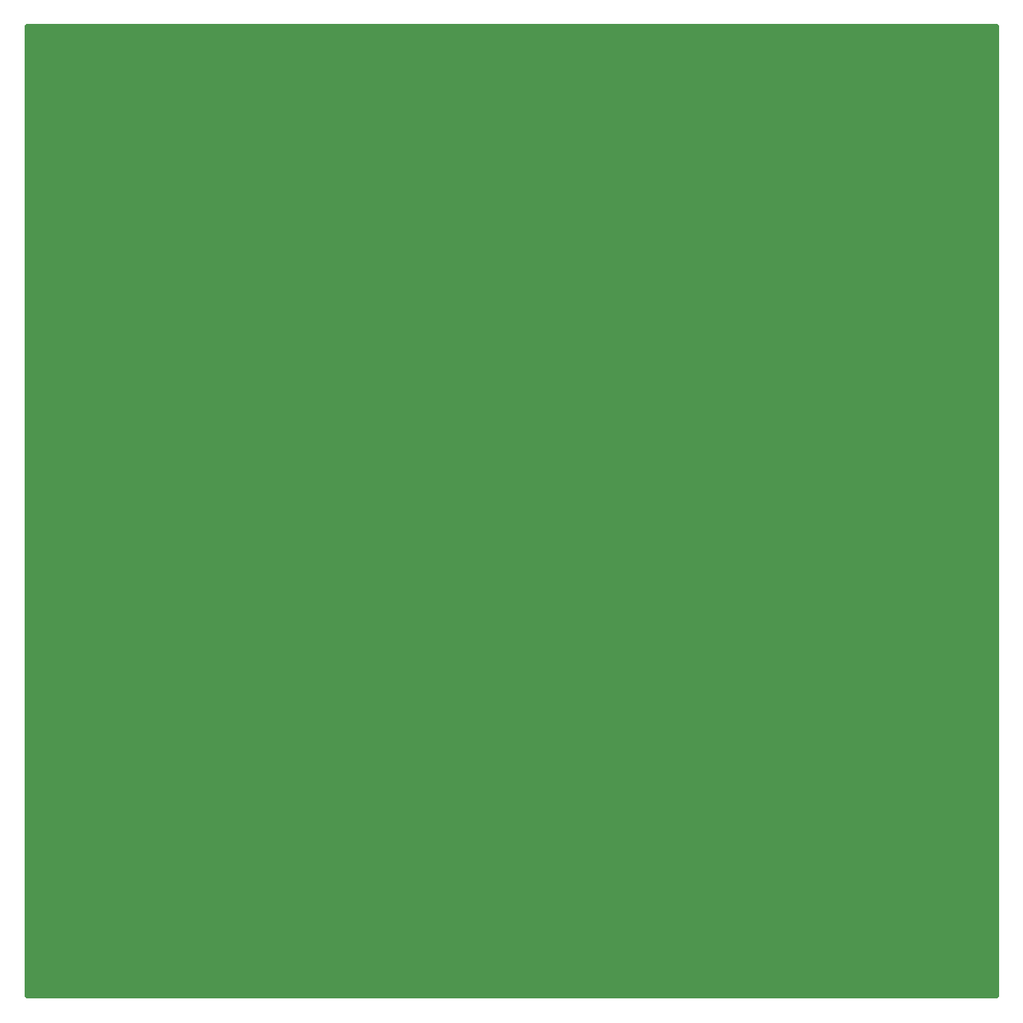
<source format=gbs>
G75*
%MOIN*%
%OFA0B0*%
%FSLAX25Y25*%
%IPPOS*%
%LPD*%
%AMOC8*
5,1,8,0,0,1.08239X$1,22.5*
%
%ADD10C,0.00000*%
%ADD11C,0.01969*%
%ADD12C,0.07903*%
%ADD13C,0.12217*%
%ADD14C,0.06200*%
%ADD15C,0.09265*%
D10*
X0070882Y0037378D02*
X0108087Y0037378D01*
X0108087Y0021669D01*
X0190961Y0021669D01*
X0190961Y0080724D01*
X0246079Y0080724D01*
X0246079Y0021669D01*
X0328953Y0021669D01*
X0328953Y0037220D01*
X0366157Y0037220D01*
X0366157Y0078756D01*
X0415370Y0078756D01*
X0415370Y0366157D01*
X0366157Y0366157D01*
X0366157Y0415370D01*
X0070882Y0415370D01*
X0070882Y0366157D01*
X0021669Y0366157D01*
X0021669Y0078756D01*
X0070882Y0078756D01*
X0070882Y0037378D01*
X0115567Y0038205D02*
X0115569Y0038356D01*
X0115575Y0038506D01*
X0115585Y0038657D01*
X0115599Y0038807D01*
X0115617Y0038956D01*
X0115638Y0039106D01*
X0115664Y0039254D01*
X0115694Y0039402D01*
X0115727Y0039549D01*
X0115765Y0039695D01*
X0115806Y0039840D01*
X0115851Y0039984D01*
X0115900Y0040126D01*
X0115953Y0040267D01*
X0116009Y0040407D01*
X0116069Y0040545D01*
X0116132Y0040682D01*
X0116200Y0040817D01*
X0116270Y0040950D01*
X0116344Y0041081D01*
X0116422Y0041210D01*
X0116503Y0041337D01*
X0116587Y0041462D01*
X0116675Y0041585D01*
X0116766Y0041705D01*
X0116860Y0041823D01*
X0116957Y0041938D01*
X0117057Y0042051D01*
X0117160Y0042161D01*
X0117266Y0042268D01*
X0117375Y0042373D01*
X0117486Y0042474D01*
X0117600Y0042573D01*
X0117716Y0042668D01*
X0117836Y0042761D01*
X0117957Y0042850D01*
X0118081Y0042936D01*
X0118207Y0043019D01*
X0118335Y0043098D01*
X0118465Y0043174D01*
X0118597Y0043247D01*
X0118731Y0043315D01*
X0118867Y0043381D01*
X0119005Y0043443D01*
X0119144Y0043501D01*
X0119284Y0043555D01*
X0119426Y0043606D01*
X0119569Y0043653D01*
X0119714Y0043696D01*
X0119859Y0043735D01*
X0120006Y0043771D01*
X0120153Y0043802D01*
X0120301Y0043830D01*
X0120450Y0043854D01*
X0120599Y0043874D01*
X0120749Y0043890D01*
X0120899Y0043902D01*
X0121050Y0043910D01*
X0121201Y0043914D01*
X0121351Y0043914D01*
X0121502Y0043910D01*
X0121653Y0043902D01*
X0121803Y0043890D01*
X0121953Y0043874D01*
X0122102Y0043854D01*
X0122251Y0043830D01*
X0122399Y0043802D01*
X0122546Y0043771D01*
X0122693Y0043735D01*
X0122838Y0043696D01*
X0122983Y0043653D01*
X0123126Y0043606D01*
X0123268Y0043555D01*
X0123408Y0043501D01*
X0123547Y0043443D01*
X0123685Y0043381D01*
X0123821Y0043315D01*
X0123955Y0043247D01*
X0124087Y0043174D01*
X0124217Y0043098D01*
X0124345Y0043019D01*
X0124471Y0042936D01*
X0124595Y0042850D01*
X0124716Y0042761D01*
X0124836Y0042668D01*
X0124952Y0042573D01*
X0125066Y0042474D01*
X0125177Y0042373D01*
X0125286Y0042268D01*
X0125392Y0042161D01*
X0125495Y0042051D01*
X0125595Y0041938D01*
X0125692Y0041823D01*
X0125786Y0041705D01*
X0125877Y0041585D01*
X0125965Y0041462D01*
X0126049Y0041337D01*
X0126130Y0041210D01*
X0126208Y0041081D01*
X0126282Y0040950D01*
X0126352Y0040817D01*
X0126420Y0040682D01*
X0126483Y0040545D01*
X0126543Y0040407D01*
X0126599Y0040267D01*
X0126652Y0040126D01*
X0126701Y0039984D01*
X0126746Y0039840D01*
X0126787Y0039695D01*
X0126825Y0039549D01*
X0126858Y0039402D01*
X0126888Y0039254D01*
X0126914Y0039106D01*
X0126935Y0038956D01*
X0126953Y0038807D01*
X0126967Y0038657D01*
X0126977Y0038506D01*
X0126983Y0038356D01*
X0126985Y0038205D01*
X0126983Y0038054D01*
X0126977Y0037904D01*
X0126967Y0037753D01*
X0126953Y0037603D01*
X0126935Y0037454D01*
X0126914Y0037304D01*
X0126888Y0037156D01*
X0126858Y0037008D01*
X0126825Y0036861D01*
X0126787Y0036715D01*
X0126746Y0036570D01*
X0126701Y0036426D01*
X0126652Y0036284D01*
X0126599Y0036143D01*
X0126543Y0036003D01*
X0126483Y0035865D01*
X0126420Y0035728D01*
X0126352Y0035593D01*
X0126282Y0035460D01*
X0126208Y0035329D01*
X0126130Y0035200D01*
X0126049Y0035073D01*
X0125965Y0034948D01*
X0125877Y0034825D01*
X0125786Y0034705D01*
X0125692Y0034587D01*
X0125595Y0034472D01*
X0125495Y0034359D01*
X0125392Y0034249D01*
X0125286Y0034142D01*
X0125177Y0034037D01*
X0125066Y0033936D01*
X0124952Y0033837D01*
X0124836Y0033742D01*
X0124716Y0033649D01*
X0124595Y0033560D01*
X0124471Y0033474D01*
X0124345Y0033391D01*
X0124217Y0033312D01*
X0124087Y0033236D01*
X0123955Y0033163D01*
X0123821Y0033095D01*
X0123685Y0033029D01*
X0123547Y0032967D01*
X0123408Y0032909D01*
X0123268Y0032855D01*
X0123126Y0032804D01*
X0122983Y0032757D01*
X0122838Y0032714D01*
X0122693Y0032675D01*
X0122546Y0032639D01*
X0122399Y0032608D01*
X0122251Y0032580D01*
X0122102Y0032556D01*
X0121953Y0032536D01*
X0121803Y0032520D01*
X0121653Y0032508D01*
X0121502Y0032500D01*
X0121351Y0032496D01*
X0121201Y0032496D01*
X0121050Y0032500D01*
X0120899Y0032508D01*
X0120749Y0032520D01*
X0120599Y0032536D01*
X0120450Y0032556D01*
X0120301Y0032580D01*
X0120153Y0032608D01*
X0120006Y0032639D01*
X0119859Y0032675D01*
X0119714Y0032714D01*
X0119569Y0032757D01*
X0119426Y0032804D01*
X0119284Y0032855D01*
X0119144Y0032909D01*
X0119005Y0032967D01*
X0118867Y0033029D01*
X0118731Y0033095D01*
X0118597Y0033163D01*
X0118465Y0033236D01*
X0118335Y0033312D01*
X0118207Y0033391D01*
X0118081Y0033474D01*
X0117957Y0033560D01*
X0117836Y0033649D01*
X0117716Y0033742D01*
X0117600Y0033837D01*
X0117486Y0033936D01*
X0117375Y0034037D01*
X0117266Y0034142D01*
X0117160Y0034249D01*
X0117057Y0034359D01*
X0116957Y0034472D01*
X0116860Y0034587D01*
X0116766Y0034705D01*
X0116675Y0034825D01*
X0116587Y0034948D01*
X0116503Y0035073D01*
X0116422Y0035200D01*
X0116344Y0035329D01*
X0116270Y0035460D01*
X0116200Y0035593D01*
X0116132Y0035728D01*
X0116069Y0035865D01*
X0116009Y0036003D01*
X0115953Y0036143D01*
X0115900Y0036284D01*
X0115851Y0036426D01*
X0115806Y0036570D01*
X0115765Y0036715D01*
X0115727Y0036861D01*
X0115694Y0037008D01*
X0115664Y0037156D01*
X0115638Y0037304D01*
X0115617Y0037454D01*
X0115599Y0037603D01*
X0115585Y0037753D01*
X0115575Y0037904D01*
X0115569Y0038054D01*
X0115567Y0038205D01*
X0032496Y0121276D02*
X0032498Y0121427D01*
X0032504Y0121577D01*
X0032514Y0121728D01*
X0032528Y0121878D01*
X0032546Y0122027D01*
X0032567Y0122177D01*
X0032593Y0122325D01*
X0032623Y0122473D01*
X0032656Y0122620D01*
X0032694Y0122766D01*
X0032735Y0122911D01*
X0032780Y0123055D01*
X0032829Y0123197D01*
X0032882Y0123338D01*
X0032938Y0123478D01*
X0032998Y0123616D01*
X0033061Y0123753D01*
X0033129Y0123888D01*
X0033199Y0124021D01*
X0033273Y0124152D01*
X0033351Y0124281D01*
X0033432Y0124408D01*
X0033516Y0124533D01*
X0033604Y0124656D01*
X0033695Y0124776D01*
X0033789Y0124894D01*
X0033886Y0125009D01*
X0033986Y0125122D01*
X0034089Y0125232D01*
X0034195Y0125339D01*
X0034304Y0125444D01*
X0034415Y0125545D01*
X0034529Y0125644D01*
X0034645Y0125739D01*
X0034765Y0125832D01*
X0034886Y0125921D01*
X0035010Y0126007D01*
X0035136Y0126090D01*
X0035264Y0126169D01*
X0035394Y0126245D01*
X0035526Y0126318D01*
X0035660Y0126386D01*
X0035796Y0126452D01*
X0035934Y0126514D01*
X0036073Y0126572D01*
X0036213Y0126626D01*
X0036355Y0126677D01*
X0036498Y0126724D01*
X0036643Y0126767D01*
X0036788Y0126806D01*
X0036935Y0126842D01*
X0037082Y0126873D01*
X0037230Y0126901D01*
X0037379Y0126925D01*
X0037528Y0126945D01*
X0037678Y0126961D01*
X0037828Y0126973D01*
X0037979Y0126981D01*
X0038130Y0126985D01*
X0038280Y0126985D01*
X0038431Y0126981D01*
X0038582Y0126973D01*
X0038732Y0126961D01*
X0038882Y0126945D01*
X0039031Y0126925D01*
X0039180Y0126901D01*
X0039328Y0126873D01*
X0039475Y0126842D01*
X0039622Y0126806D01*
X0039767Y0126767D01*
X0039912Y0126724D01*
X0040055Y0126677D01*
X0040197Y0126626D01*
X0040337Y0126572D01*
X0040476Y0126514D01*
X0040614Y0126452D01*
X0040750Y0126386D01*
X0040884Y0126318D01*
X0041016Y0126245D01*
X0041146Y0126169D01*
X0041274Y0126090D01*
X0041400Y0126007D01*
X0041524Y0125921D01*
X0041645Y0125832D01*
X0041765Y0125739D01*
X0041881Y0125644D01*
X0041995Y0125545D01*
X0042106Y0125444D01*
X0042215Y0125339D01*
X0042321Y0125232D01*
X0042424Y0125122D01*
X0042524Y0125009D01*
X0042621Y0124894D01*
X0042715Y0124776D01*
X0042806Y0124656D01*
X0042894Y0124533D01*
X0042978Y0124408D01*
X0043059Y0124281D01*
X0043137Y0124152D01*
X0043211Y0124021D01*
X0043281Y0123888D01*
X0043349Y0123753D01*
X0043412Y0123616D01*
X0043472Y0123478D01*
X0043528Y0123338D01*
X0043581Y0123197D01*
X0043630Y0123055D01*
X0043675Y0122911D01*
X0043716Y0122766D01*
X0043754Y0122620D01*
X0043787Y0122473D01*
X0043817Y0122325D01*
X0043843Y0122177D01*
X0043864Y0122027D01*
X0043882Y0121878D01*
X0043896Y0121728D01*
X0043906Y0121577D01*
X0043912Y0121427D01*
X0043914Y0121276D01*
X0043912Y0121125D01*
X0043906Y0120975D01*
X0043896Y0120824D01*
X0043882Y0120674D01*
X0043864Y0120525D01*
X0043843Y0120375D01*
X0043817Y0120227D01*
X0043787Y0120079D01*
X0043754Y0119932D01*
X0043716Y0119786D01*
X0043675Y0119641D01*
X0043630Y0119497D01*
X0043581Y0119355D01*
X0043528Y0119214D01*
X0043472Y0119074D01*
X0043412Y0118936D01*
X0043349Y0118799D01*
X0043281Y0118664D01*
X0043211Y0118531D01*
X0043137Y0118400D01*
X0043059Y0118271D01*
X0042978Y0118144D01*
X0042894Y0118019D01*
X0042806Y0117896D01*
X0042715Y0117776D01*
X0042621Y0117658D01*
X0042524Y0117543D01*
X0042424Y0117430D01*
X0042321Y0117320D01*
X0042215Y0117213D01*
X0042106Y0117108D01*
X0041995Y0117007D01*
X0041881Y0116908D01*
X0041765Y0116813D01*
X0041645Y0116720D01*
X0041524Y0116631D01*
X0041400Y0116545D01*
X0041274Y0116462D01*
X0041146Y0116383D01*
X0041016Y0116307D01*
X0040884Y0116234D01*
X0040750Y0116166D01*
X0040614Y0116100D01*
X0040476Y0116038D01*
X0040337Y0115980D01*
X0040197Y0115926D01*
X0040055Y0115875D01*
X0039912Y0115828D01*
X0039767Y0115785D01*
X0039622Y0115746D01*
X0039475Y0115710D01*
X0039328Y0115679D01*
X0039180Y0115651D01*
X0039031Y0115627D01*
X0038882Y0115607D01*
X0038732Y0115591D01*
X0038582Y0115579D01*
X0038431Y0115571D01*
X0038280Y0115567D01*
X0038130Y0115567D01*
X0037979Y0115571D01*
X0037828Y0115579D01*
X0037678Y0115591D01*
X0037528Y0115607D01*
X0037379Y0115627D01*
X0037230Y0115651D01*
X0037082Y0115679D01*
X0036935Y0115710D01*
X0036788Y0115746D01*
X0036643Y0115785D01*
X0036498Y0115828D01*
X0036355Y0115875D01*
X0036213Y0115926D01*
X0036073Y0115980D01*
X0035934Y0116038D01*
X0035796Y0116100D01*
X0035660Y0116166D01*
X0035526Y0116234D01*
X0035394Y0116307D01*
X0035264Y0116383D01*
X0035136Y0116462D01*
X0035010Y0116545D01*
X0034886Y0116631D01*
X0034765Y0116720D01*
X0034645Y0116813D01*
X0034529Y0116908D01*
X0034415Y0117007D01*
X0034304Y0117108D01*
X0034195Y0117213D01*
X0034089Y0117320D01*
X0033986Y0117430D01*
X0033886Y0117543D01*
X0033789Y0117658D01*
X0033695Y0117776D01*
X0033604Y0117896D01*
X0033516Y0118019D01*
X0033432Y0118144D01*
X0033351Y0118271D01*
X0033273Y0118400D01*
X0033199Y0118531D01*
X0033129Y0118664D01*
X0033061Y0118799D01*
X0032998Y0118936D01*
X0032938Y0119074D01*
X0032882Y0119214D01*
X0032829Y0119355D01*
X0032780Y0119497D01*
X0032735Y0119641D01*
X0032694Y0119786D01*
X0032656Y0119932D01*
X0032623Y0120079D01*
X0032593Y0120227D01*
X0032567Y0120375D01*
X0032546Y0120525D01*
X0032528Y0120674D01*
X0032514Y0120824D01*
X0032504Y0120975D01*
X0032498Y0121125D01*
X0032496Y0121276D01*
X0027960Y0151591D02*
X0027962Y0151710D01*
X0027968Y0151828D01*
X0027978Y0151947D01*
X0027992Y0152064D01*
X0028009Y0152182D01*
X0028031Y0152299D01*
X0028057Y0152414D01*
X0028086Y0152529D01*
X0028119Y0152643D01*
X0028157Y0152756D01*
X0028197Y0152868D01*
X0028242Y0152978D01*
X0028290Y0153086D01*
X0028342Y0153193D01*
X0028397Y0153298D01*
X0028456Y0153401D01*
X0028518Y0153502D01*
X0028584Y0153601D01*
X0028652Y0153698D01*
X0028724Y0153792D01*
X0028800Y0153884D01*
X0028878Y0153974D01*
X0028959Y0154060D01*
X0029043Y0154144D01*
X0029129Y0154225D01*
X0029219Y0154303D01*
X0029311Y0154379D01*
X0029405Y0154451D01*
X0029502Y0154519D01*
X0029601Y0154585D01*
X0029702Y0154647D01*
X0029805Y0154706D01*
X0029910Y0154761D01*
X0030017Y0154813D01*
X0030125Y0154861D01*
X0030235Y0154906D01*
X0030347Y0154946D01*
X0030460Y0154984D01*
X0030574Y0155017D01*
X0030689Y0155046D01*
X0030804Y0155072D01*
X0030921Y0155094D01*
X0031039Y0155111D01*
X0031156Y0155125D01*
X0031275Y0155135D01*
X0031393Y0155141D01*
X0031512Y0155143D01*
X0031631Y0155141D01*
X0031749Y0155135D01*
X0031868Y0155125D01*
X0031985Y0155111D01*
X0032103Y0155094D01*
X0032220Y0155072D01*
X0032335Y0155046D01*
X0032450Y0155017D01*
X0032564Y0154984D01*
X0032677Y0154946D01*
X0032789Y0154906D01*
X0032899Y0154861D01*
X0033007Y0154813D01*
X0033114Y0154761D01*
X0033219Y0154706D01*
X0033322Y0154647D01*
X0033423Y0154585D01*
X0033522Y0154519D01*
X0033619Y0154451D01*
X0033713Y0154379D01*
X0033805Y0154303D01*
X0033895Y0154225D01*
X0033981Y0154144D01*
X0034065Y0154060D01*
X0034146Y0153974D01*
X0034224Y0153884D01*
X0034300Y0153792D01*
X0034372Y0153698D01*
X0034440Y0153601D01*
X0034506Y0153502D01*
X0034568Y0153401D01*
X0034627Y0153298D01*
X0034682Y0153193D01*
X0034734Y0153086D01*
X0034782Y0152978D01*
X0034827Y0152868D01*
X0034867Y0152756D01*
X0034905Y0152643D01*
X0034938Y0152529D01*
X0034967Y0152414D01*
X0034993Y0152299D01*
X0035015Y0152182D01*
X0035032Y0152064D01*
X0035046Y0151947D01*
X0035056Y0151828D01*
X0035062Y0151710D01*
X0035064Y0151591D01*
X0035062Y0151472D01*
X0035056Y0151354D01*
X0035046Y0151235D01*
X0035032Y0151118D01*
X0035015Y0151000D01*
X0034993Y0150883D01*
X0034967Y0150768D01*
X0034938Y0150653D01*
X0034905Y0150539D01*
X0034867Y0150426D01*
X0034827Y0150314D01*
X0034782Y0150204D01*
X0034734Y0150096D01*
X0034682Y0149989D01*
X0034627Y0149884D01*
X0034568Y0149781D01*
X0034506Y0149680D01*
X0034440Y0149581D01*
X0034372Y0149484D01*
X0034300Y0149390D01*
X0034224Y0149298D01*
X0034146Y0149208D01*
X0034065Y0149122D01*
X0033981Y0149038D01*
X0033895Y0148957D01*
X0033805Y0148879D01*
X0033713Y0148803D01*
X0033619Y0148731D01*
X0033522Y0148663D01*
X0033423Y0148597D01*
X0033322Y0148535D01*
X0033219Y0148476D01*
X0033114Y0148421D01*
X0033007Y0148369D01*
X0032899Y0148321D01*
X0032789Y0148276D01*
X0032677Y0148236D01*
X0032564Y0148198D01*
X0032450Y0148165D01*
X0032335Y0148136D01*
X0032220Y0148110D01*
X0032103Y0148088D01*
X0031985Y0148071D01*
X0031868Y0148057D01*
X0031749Y0148047D01*
X0031631Y0148041D01*
X0031512Y0148039D01*
X0031393Y0148041D01*
X0031275Y0148047D01*
X0031156Y0148057D01*
X0031039Y0148071D01*
X0030921Y0148088D01*
X0030804Y0148110D01*
X0030689Y0148136D01*
X0030574Y0148165D01*
X0030460Y0148198D01*
X0030347Y0148236D01*
X0030235Y0148276D01*
X0030125Y0148321D01*
X0030017Y0148369D01*
X0029910Y0148421D01*
X0029805Y0148476D01*
X0029702Y0148535D01*
X0029601Y0148597D01*
X0029502Y0148663D01*
X0029405Y0148731D01*
X0029311Y0148803D01*
X0029219Y0148879D01*
X0029129Y0148957D01*
X0029043Y0149038D01*
X0028959Y0149122D01*
X0028878Y0149208D01*
X0028800Y0149298D01*
X0028724Y0149390D01*
X0028652Y0149484D01*
X0028584Y0149581D01*
X0028518Y0149680D01*
X0028456Y0149781D01*
X0028397Y0149884D01*
X0028342Y0149989D01*
X0028290Y0150096D01*
X0028242Y0150204D01*
X0028197Y0150314D01*
X0028157Y0150426D01*
X0028119Y0150539D01*
X0028086Y0150653D01*
X0028057Y0150768D01*
X0028031Y0150883D01*
X0028009Y0151000D01*
X0027992Y0151118D01*
X0027978Y0151235D01*
X0027968Y0151354D01*
X0027962Y0151472D01*
X0027960Y0151591D01*
X0027960Y0285449D02*
X0027962Y0285568D01*
X0027968Y0285686D01*
X0027978Y0285805D01*
X0027992Y0285922D01*
X0028009Y0286040D01*
X0028031Y0286157D01*
X0028057Y0286272D01*
X0028086Y0286387D01*
X0028119Y0286501D01*
X0028157Y0286614D01*
X0028197Y0286726D01*
X0028242Y0286836D01*
X0028290Y0286944D01*
X0028342Y0287051D01*
X0028397Y0287156D01*
X0028456Y0287259D01*
X0028518Y0287360D01*
X0028584Y0287459D01*
X0028652Y0287556D01*
X0028724Y0287650D01*
X0028800Y0287742D01*
X0028878Y0287832D01*
X0028959Y0287918D01*
X0029043Y0288002D01*
X0029129Y0288083D01*
X0029219Y0288161D01*
X0029311Y0288237D01*
X0029405Y0288309D01*
X0029502Y0288377D01*
X0029601Y0288443D01*
X0029702Y0288505D01*
X0029805Y0288564D01*
X0029910Y0288619D01*
X0030017Y0288671D01*
X0030125Y0288719D01*
X0030235Y0288764D01*
X0030347Y0288804D01*
X0030460Y0288842D01*
X0030574Y0288875D01*
X0030689Y0288904D01*
X0030804Y0288930D01*
X0030921Y0288952D01*
X0031039Y0288969D01*
X0031156Y0288983D01*
X0031275Y0288993D01*
X0031393Y0288999D01*
X0031512Y0289001D01*
X0031631Y0288999D01*
X0031749Y0288993D01*
X0031868Y0288983D01*
X0031985Y0288969D01*
X0032103Y0288952D01*
X0032220Y0288930D01*
X0032335Y0288904D01*
X0032450Y0288875D01*
X0032564Y0288842D01*
X0032677Y0288804D01*
X0032789Y0288764D01*
X0032899Y0288719D01*
X0033007Y0288671D01*
X0033114Y0288619D01*
X0033219Y0288564D01*
X0033322Y0288505D01*
X0033423Y0288443D01*
X0033522Y0288377D01*
X0033619Y0288309D01*
X0033713Y0288237D01*
X0033805Y0288161D01*
X0033895Y0288083D01*
X0033981Y0288002D01*
X0034065Y0287918D01*
X0034146Y0287832D01*
X0034224Y0287742D01*
X0034300Y0287650D01*
X0034372Y0287556D01*
X0034440Y0287459D01*
X0034506Y0287360D01*
X0034568Y0287259D01*
X0034627Y0287156D01*
X0034682Y0287051D01*
X0034734Y0286944D01*
X0034782Y0286836D01*
X0034827Y0286726D01*
X0034867Y0286614D01*
X0034905Y0286501D01*
X0034938Y0286387D01*
X0034967Y0286272D01*
X0034993Y0286157D01*
X0035015Y0286040D01*
X0035032Y0285922D01*
X0035046Y0285805D01*
X0035056Y0285686D01*
X0035062Y0285568D01*
X0035064Y0285449D01*
X0035062Y0285330D01*
X0035056Y0285212D01*
X0035046Y0285093D01*
X0035032Y0284976D01*
X0035015Y0284858D01*
X0034993Y0284741D01*
X0034967Y0284626D01*
X0034938Y0284511D01*
X0034905Y0284397D01*
X0034867Y0284284D01*
X0034827Y0284172D01*
X0034782Y0284062D01*
X0034734Y0283954D01*
X0034682Y0283847D01*
X0034627Y0283742D01*
X0034568Y0283639D01*
X0034506Y0283538D01*
X0034440Y0283439D01*
X0034372Y0283342D01*
X0034300Y0283248D01*
X0034224Y0283156D01*
X0034146Y0283066D01*
X0034065Y0282980D01*
X0033981Y0282896D01*
X0033895Y0282815D01*
X0033805Y0282737D01*
X0033713Y0282661D01*
X0033619Y0282589D01*
X0033522Y0282521D01*
X0033423Y0282455D01*
X0033322Y0282393D01*
X0033219Y0282334D01*
X0033114Y0282279D01*
X0033007Y0282227D01*
X0032899Y0282179D01*
X0032789Y0282134D01*
X0032677Y0282094D01*
X0032564Y0282056D01*
X0032450Y0282023D01*
X0032335Y0281994D01*
X0032220Y0281968D01*
X0032103Y0281946D01*
X0031985Y0281929D01*
X0031868Y0281915D01*
X0031749Y0281905D01*
X0031631Y0281899D01*
X0031512Y0281897D01*
X0031393Y0281899D01*
X0031275Y0281905D01*
X0031156Y0281915D01*
X0031039Y0281929D01*
X0030921Y0281946D01*
X0030804Y0281968D01*
X0030689Y0281994D01*
X0030574Y0282023D01*
X0030460Y0282056D01*
X0030347Y0282094D01*
X0030235Y0282134D01*
X0030125Y0282179D01*
X0030017Y0282227D01*
X0029910Y0282279D01*
X0029805Y0282334D01*
X0029702Y0282393D01*
X0029601Y0282455D01*
X0029502Y0282521D01*
X0029405Y0282589D01*
X0029311Y0282661D01*
X0029219Y0282737D01*
X0029129Y0282815D01*
X0029043Y0282896D01*
X0028959Y0282980D01*
X0028878Y0283066D01*
X0028800Y0283156D01*
X0028724Y0283248D01*
X0028652Y0283342D01*
X0028584Y0283439D01*
X0028518Y0283538D01*
X0028456Y0283639D01*
X0028397Y0283742D01*
X0028342Y0283847D01*
X0028290Y0283954D01*
X0028242Y0284062D01*
X0028197Y0284172D01*
X0028157Y0284284D01*
X0028119Y0284397D01*
X0028086Y0284511D01*
X0028057Y0284626D01*
X0028031Y0284741D01*
X0028009Y0284858D01*
X0027992Y0284976D01*
X0027978Y0285093D01*
X0027968Y0285212D01*
X0027962Y0285330D01*
X0027960Y0285449D01*
X0032496Y0315764D02*
X0032498Y0315915D01*
X0032504Y0316065D01*
X0032514Y0316216D01*
X0032528Y0316366D01*
X0032546Y0316515D01*
X0032567Y0316665D01*
X0032593Y0316813D01*
X0032623Y0316961D01*
X0032656Y0317108D01*
X0032694Y0317254D01*
X0032735Y0317399D01*
X0032780Y0317543D01*
X0032829Y0317685D01*
X0032882Y0317826D01*
X0032938Y0317966D01*
X0032998Y0318104D01*
X0033061Y0318241D01*
X0033129Y0318376D01*
X0033199Y0318509D01*
X0033273Y0318640D01*
X0033351Y0318769D01*
X0033432Y0318896D01*
X0033516Y0319021D01*
X0033604Y0319144D01*
X0033695Y0319264D01*
X0033789Y0319382D01*
X0033886Y0319497D01*
X0033986Y0319610D01*
X0034089Y0319720D01*
X0034195Y0319827D01*
X0034304Y0319932D01*
X0034415Y0320033D01*
X0034529Y0320132D01*
X0034645Y0320227D01*
X0034765Y0320320D01*
X0034886Y0320409D01*
X0035010Y0320495D01*
X0035136Y0320578D01*
X0035264Y0320657D01*
X0035394Y0320733D01*
X0035526Y0320806D01*
X0035660Y0320874D01*
X0035796Y0320940D01*
X0035934Y0321002D01*
X0036073Y0321060D01*
X0036213Y0321114D01*
X0036355Y0321165D01*
X0036498Y0321212D01*
X0036643Y0321255D01*
X0036788Y0321294D01*
X0036935Y0321330D01*
X0037082Y0321361D01*
X0037230Y0321389D01*
X0037379Y0321413D01*
X0037528Y0321433D01*
X0037678Y0321449D01*
X0037828Y0321461D01*
X0037979Y0321469D01*
X0038130Y0321473D01*
X0038280Y0321473D01*
X0038431Y0321469D01*
X0038582Y0321461D01*
X0038732Y0321449D01*
X0038882Y0321433D01*
X0039031Y0321413D01*
X0039180Y0321389D01*
X0039328Y0321361D01*
X0039475Y0321330D01*
X0039622Y0321294D01*
X0039767Y0321255D01*
X0039912Y0321212D01*
X0040055Y0321165D01*
X0040197Y0321114D01*
X0040337Y0321060D01*
X0040476Y0321002D01*
X0040614Y0320940D01*
X0040750Y0320874D01*
X0040884Y0320806D01*
X0041016Y0320733D01*
X0041146Y0320657D01*
X0041274Y0320578D01*
X0041400Y0320495D01*
X0041524Y0320409D01*
X0041645Y0320320D01*
X0041765Y0320227D01*
X0041881Y0320132D01*
X0041995Y0320033D01*
X0042106Y0319932D01*
X0042215Y0319827D01*
X0042321Y0319720D01*
X0042424Y0319610D01*
X0042524Y0319497D01*
X0042621Y0319382D01*
X0042715Y0319264D01*
X0042806Y0319144D01*
X0042894Y0319021D01*
X0042978Y0318896D01*
X0043059Y0318769D01*
X0043137Y0318640D01*
X0043211Y0318509D01*
X0043281Y0318376D01*
X0043349Y0318241D01*
X0043412Y0318104D01*
X0043472Y0317966D01*
X0043528Y0317826D01*
X0043581Y0317685D01*
X0043630Y0317543D01*
X0043675Y0317399D01*
X0043716Y0317254D01*
X0043754Y0317108D01*
X0043787Y0316961D01*
X0043817Y0316813D01*
X0043843Y0316665D01*
X0043864Y0316515D01*
X0043882Y0316366D01*
X0043896Y0316216D01*
X0043906Y0316065D01*
X0043912Y0315915D01*
X0043914Y0315764D01*
X0043912Y0315613D01*
X0043906Y0315463D01*
X0043896Y0315312D01*
X0043882Y0315162D01*
X0043864Y0315013D01*
X0043843Y0314863D01*
X0043817Y0314715D01*
X0043787Y0314567D01*
X0043754Y0314420D01*
X0043716Y0314274D01*
X0043675Y0314129D01*
X0043630Y0313985D01*
X0043581Y0313843D01*
X0043528Y0313702D01*
X0043472Y0313562D01*
X0043412Y0313424D01*
X0043349Y0313287D01*
X0043281Y0313152D01*
X0043211Y0313019D01*
X0043137Y0312888D01*
X0043059Y0312759D01*
X0042978Y0312632D01*
X0042894Y0312507D01*
X0042806Y0312384D01*
X0042715Y0312264D01*
X0042621Y0312146D01*
X0042524Y0312031D01*
X0042424Y0311918D01*
X0042321Y0311808D01*
X0042215Y0311701D01*
X0042106Y0311596D01*
X0041995Y0311495D01*
X0041881Y0311396D01*
X0041765Y0311301D01*
X0041645Y0311208D01*
X0041524Y0311119D01*
X0041400Y0311033D01*
X0041274Y0310950D01*
X0041146Y0310871D01*
X0041016Y0310795D01*
X0040884Y0310722D01*
X0040750Y0310654D01*
X0040614Y0310588D01*
X0040476Y0310526D01*
X0040337Y0310468D01*
X0040197Y0310414D01*
X0040055Y0310363D01*
X0039912Y0310316D01*
X0039767Y0310273D01*
X0039622Y0310234D01*
X0039475Y0310198D01*
X0039328Y0310167D01*
X0039180Y0310139D01*
X0039031Y0310115D01*
X0038882Y0310095D01*
X0038732Y0310079D01*
X0038582Y0310067D01*
X0038431Y0310059D01*
X0038280Y0310055D01*
X0038130Y0310055D01*
X0037979Y0310059D01*
X0037828Y0310067D01*
X0037678Y0310079D01*
X0037528Y0310095D01*
X0037379Y0310115D01*
X0037230Y0310139D01*
X0037082Y0310167D01*
X0036935Y0310198D01*
X0036788Y0310234D01*
X0036643Y0310273D01*
X0036498Y0310316D01*
X0036355Y0310363D01*
X0036213Y0310414D01*
X0036073Y0310468D01*
X0035934Y0310526D01*
X0035796Y0310588D01*
X0035660Y0310654D01*
X0035526Y0310722D01*
X0035394Y0310795D01*
X0035264Y0310871D01*
X0035136Y0310950D01*
X0035010Y0311033D01*
X0034886Y0311119D01*
X0034765Y0311208D01*
X0034645Y0311301D01*
X0034529Y0311396D01*
X0034415Y0311495D01*
X0034304Y0311596D01*
X0034195Y0311701D01*
X0034089Y0311808D01*
X0033986Y0311918D01*
X0033886Y0312031D01*
X0033789Y0312146D01*
X0033695Y0312264D01*
X0033604Y0312384D01*
X0033516Y0312507D01*
X0033432Y0312632D01*
X0033351Y0312759D01*
X0033273Y0312888D01*
X0033199Y0313019D01*
X0033129Y0313152D01*
X0033061Y0313287D01*
X0032998Y0313424D01*
X0032938Y0313562D01*
X0032882Y0313702D01*
X0032829Y0313843D01*
X0032780Y0313985D01*
X0032735Y0314129D01*
X0032694Y0314274D01*
X0032656Y0314420D01*
X0032623Y0314567D01*
X0032593Y0314715D01*
X0032567Y0314863D01*
X0032546Y0315013D01*
X0032528Y0315162D01*
X0032514Y0315312D01*
X0032504Y0315463D01*
X0032498Y0315613D01*
X0032496Y0315764D01*
X0115567Y0398835D02*
X0115569Y0398986D01*
X0115575Y0399136D01*
X0115585Y0399287D01*
X0115599Y0399437D01*
X0115617Y0399586D01*
X0115638Y0399736D01*
X0115664Y0399884D01*
X0115694Y0400032D01*
X0115727Y0400179D01*
X0115765Y0400325D01*
X0115806Y0400470D01*
X0115851Y0400614D01*
X0115900Y0400756D01*
X0115953Y0400897D01*
X0116009Y0401037D01*
X0116069Y0401175D01*
X0116132Y0401312D01*
X0116200Y0401447D01*
X0116270Y0401580D01*
X0116344Y0401711D01*
X0116422Y0401840D01*
X0116503Y0401967D01*
X0116587Y0402092D01*
X0116675Y0402215D01*
X0116766Y0402335D01*
X0116860Y0402453D01*
X0116957Y0402568D01*
X0117057Y0402681D01*
X0117160Y0402791D01*
X0117266Y0402898D01*
X0117375Y0403003D01*
X0117486Y0403104D01*
X0117600Y0403203D01*
X0117716Y0403298D01*
X0117836Y0403391D01*
X0117957Y0403480D01*
X0118081Y0403566D01*
X0118207Y0403649D01*
X0118335Y0403728D01*
X0118465Y0403804D01*
X0118597Y0403877D01*
X0118731Y0403945D01*
X0118867Y0404011D01*
X0119005Y0404073D01*
X0119144Y0404131D01*
X0119284Y0404185D01*
X0119426Y0404236D01*
X0119569Y0404283D01*
X0119714Y0404326D01*
X0119859Y0404365D01*
X0120006Y0404401D01*
X0120153Y0404432D01*
X0120301Y0404460D01*
X0120450Y0404484D01*
X0120599Y0404504D01*
X0120749Y0404520D01*
X0120899Y0404532D01*
X0121050Y0404540D01*
X0121201Y0404544D01*
X0121351Y0404544D01*
X0121502Y0404540D01*
X0121653Y0404532D01*
X0121803Y0404520D01*
X0121953Y0404504D01*
X0122102Y0404484D01*
X0122251Y0404460D01*
X0122399Y0404432D01*
X0122546Y0404401D01*
X0122693Y0404365D01*
X0122838Y0404326D01*
X0122983Y0404283D01*
X0123126Y0404236D01*
X0123268Y0404185D01*
X0123408Y0404131D01*
X0123547Y0404073D01*
X0123685Y0404011D01*
X0123821Y0403945D01*
X0123955Y0403877D01*
X0124087Y0403804D01*
X0124217Y0403728D01*
X0124345Y0403649D01*
X0124471Y0403566D01*
X0124595Y0403480D01*
X0124716Y0403391D01*
X0124836Y0403298D01*
X0124952Y0403203D01*
X0125066Y0403104D01*
X0125177Y0403003D01*
X0125286Y0402898D01*
X0125392Y0402791D01*
X0125495Y0402681D01*
X0125595Y0402568D01*
X0125692Y0402453D01*
X0125786Y0402335D01*
X0125877Y0402215D01*
X0125965Y0402092D01*
X0126049Y0401967D01*
X0126130Y0401840D01*
X0126208Y0401711D01*
X0126282Y0401580D01*
X0126352Y0401447D01*
X0126420Y0401312D01*
X0126483Y0401175D01*
X0126543Y0401037D01*
X0126599Y0400897D01*
X0126652Y0400756D01*
X0126701Y0400614D01*
X0126746Y0400470D01*
X0126787Y0400325D01*
X0126825Y0400179D01*
X0126858Y0400032D01*
X0126888Y0399884D01*
X0126914Y0399736D01*
X0126935Y0399586D01*
X0126953Y0399437D01*
X0126967Y0399287D01*
X0126977Y0399136D01*
X0126983Y0398986D01*
X0126985Y0398835D01*
X0126983Y0398684D01*
X0126977Y0398534D01*
X0126967Y0398383D01*
X0126953Y0398233D01*
X0126935Y0398084D01*
X0126914Y0397934D01*
X0126888Y0397786D01*
X0126858Y0397638D01*
X0126825Y0397491D01*
X0126787Y0397345D01*
X0126746Y0397200D01*
X0126701Y0397056D01*
X0126652Y0396914D01*
X0126599Y0396773D01*
X0126543Y0396633D01*
X0126483Y0396495D01*
X0126420Y0396358D01*
X0126352Y0396223D01*
X0126282Y0396090D01*
X0126208Y0395959D01*
X0126130Y0395830D01*
X0126049Y0395703D01*
X0125965Y0395578D01*
X0125877Y0395455D01*
X0125786Y0395335D01*
X0125692Y0395217D01*
X0125595Y0395102D01*
X0125495Y0394989D01*
X0125392Y0394879D01*
X0125286Y0394772D01*
X0125177Y0394667D01*
X0125066Y0394566D01*
X0124952Y0394467D01*
X0124836Y0394372D01*
X0124716Y0394279D01*
X0124595Y0394190D01*
X0124471Y0394104D01*
X0124345Y0394021D01*
X0124217Y0393942D01*
X0124087Y0393866D01*
X0123955Y0393793D01*
X0123821Y0393725D01*
X0123685Y0393659D01*
X0123547Y0393597D01*
X0123408Y0393539D01*
X0123268Y0393485D01*
X0123126Y0393434D01*
X0122983Y0393387D01*
X0122838Y0393344D01*
X0122693Y0393305D01*
X0122546Y0393269D01*
X0122399Y0393238D01*
X0122251Y0393210D01*
X0122102Y0393186D01*
X0121953Y0393166D01*
X0121803Y0393150D01*
X0121653Y0393138D01*
X0121502Y0393130D01*
X0121351Y0393126D01*
X0121201Y0393126D01*
X0121050Y0393130D01*
X0120899Y0393138D01*
X0120749Y0393150D01*
X0120599Y0393166D01*
X0120450Y0393186D01*
X0120301Y0393210D01*
X0120153Y0393238D01*
X0120006Y0393269D01*
X0119859Y0393305D01*
X0119714Y0393344D01*
X0119569Y0393387D01*
X0119426Y0393434D01*
X0119284Y0393485D01*
X0119144Y0393539D01*
X0119005Y0393597D01*
X0118867Y0393659D01*
X0118731Y0393725D01*
X0118597Y0393793D01*
X0118465Y0393866D01*
X0118335Y0393942D01*
X0118207Y0394021D01*
X0118081Y0394104D01*
X0117957Y0394190D01*
X0117836Y0394279D01*
X0117716Y0394372D01*
X0117600Y0394467D01*
X0117486Y0394566D01*
X0117375Y0394667D01*
X0117266Y0394772D01*
X0117160Y0394879D01*
X0117057Y0394989D01*
X0116957Y0395102D01*
X0116860Y0395217D01*
X0116766Y0395335D01*
X0116675Y0395455D01*
X0116587Y0395578D01*
X0116503Y0395703D01*
X0116422Y0395830D01*
X0116344Y0395959D01*
X0116270Y0396090D01*
X0116200Y0396223D01*
X0116132Y0396358D01*
X0116069Y0396495D01*
X0116009Y0396633D01*
X0115953Y0396773D01*
X0115900Y0396914D01*
X0115851Y0397056D01*
X0115806Y0397200D01*
X0115765Y0397345D01*
X0115727Y0397491D01*
X0115694Y0397638D01*
X0115664Y0397786D01*
X0115638Y0397934D01*
X0115617Y0398084D01*
X0115599Y0398233D01*
X0115585Y0398383D01*
X0115575Y0398534D01*
X0115569Y0398684D01*
X0115567Y0398835D01*
X0186729Y0387811D02*
X0186731Y0387941D01*
X0186737Y0388070D01*
X0186747Y0388200D01*
X0186761Y0388329D01*
X0186779Y0388457D01*
X0186800Y0388585D01*
X0186826Y0388712D01*
X0186856Y0388838D01*
X0186889Y0388964D01*
X0186926Y0389088D01*
X0186967Y0389211D01*
X0187012Y0389333D01*
X0187061Y0389453D01*
X0187113Y0389572D01*
X0187168Y0389689D01*
X0187228Y0389804D01*
X0187291Y0389918D01*
X0187357Y0390029D01*
X0187427Y0390139D01*
X0187500Y0390246D01*
X0187576Y0390351D01*
X0187655Y0390453D01*
X0187738Y0390553D01*
X0187823Y0390651D01*
X0187912Y0390746D01*
X0188003Y0390838D01*
X0188097Y0390927D01*
X0188194Y0391013D01*
X0188294Y0391096D01*
X0188395Y0391177D01*
X0188500Y0391254D01*
X0188606Y0391328D01*
X0188715Y0391398D01*
X0188826Y0391465D01*
X0188939Y0391529D01*
X0189054Y0391589D01*
X0189171Y0391646D01*
X0189289Y0391699D01*
X0189409Y0391748D01*
X0189531Y0391794D01*
X0189653Y0391836D01*
X0189777Y0391874D01*
X0189902Y0391908D01*
X0190028Y0391939D01*
X0190155Y0391966D01*
X0190283Y0391988D01*
X0190411Y0392007D01*
X0190540Y0392022D01*
X0190669Y0392033D01*
X0190799Y0392040D01*
X0190929Y0392043D01*
X0191058Y0392042D01*
X0191188Y0392037D01*
X0191317Y0392028D01*
X0191446Y0392015D01*
X0191575Y0391998D01*
X0191703Y0391977D01*
X0191830Y0391953D01*
X0191957Y0391924D01*
X0192082Y0391892D01*
X0192207Y0391855D01*
X0192330Y0391815D01*
X0192452Y0391772D01*
X0192573Y0391724D01*
X0192692Y0391673D01*
X0192810Y0391618D01*
X0192925Y0391559D01*
X0193039Y0391497D01*
X0193151Y0391432D01*
X0193261Y0391363D01*
X0193369Y0391291D01*
X0193475Y0391216D01*
X0193578Y0391137D01*
X0193679Y0391055D01*
X0193777Y0390970D01*
X0193872Y0390883D01*
X0193965Y0390792D01*
X0194055Y0390699D01*
X0194142Y0390602D01*
X0194226Y0390504D01*
X0194307Y0390402D01*
X0194385Y0390299D01*
X0194459Y0390192D01*
X0194531Y0390084D01*
X0194599Y0389974D01*
X0194663Y0389861D01*
X0194724Y0389747D01*
X0194782Y0389630D01*
X0194836Y0389513D01*
X0194886Y0389393D01*
X0194933Y0389272D01*
X0194976Y0389150D01*
X0195015Y0389026D01*
X0195050Y0388901D01*
X0195082Y0388775D01*
X0195109Y0388649D01*
X0195133Y0388521D01*
X0195153Y0388393D01*
X0195169Y0388264D01*
X0195181Y0388135D01*
X0195189Y0388005D01*
X0195193Y0387876D01*
X0195193Y0387746D01*
X0195189Y0387617D01*
X0195181Y0387487D01*
X0195169Y0387358D01*
X0195153Y0387229D01*
X0195133Y0387101D01*
X0195109Y0386973D01*
X0195082Y0386847D01*
X0195050Y0386721D01*
X0195015Y0386596D01*
X0194976Y0386472D01*
X0194933Y0386350D01*
X0194886Y0386229D01*
X0194836Y0386109D01*
X0194782Y0385992D01*
X0194724Y0385875D01*
X0194663Y0385761D01*
X0194599Y0385648D01*
X0194531Y0385538D01*
X0194459Y0385430D01*
X0194385Y0385323D01*
X0194307Y0385220D01*
X0194226Y0385118D01*
X0194142Y0385020D01*
X0194055Y0384923D01*
X0193965Y0384830D01*
X0193872Y0384739D01*
X0193777Y0384652D01*
X0193679Y0384567D01*
X0193578Y0384485D01*
X0193475Y0384406D01*
X0193369Y0384331D01*
X0193261Y0384259D01*
X0193151Y0384190D01*
X0193039Y0384125D01*
X0192925Y0384063D01*
X0192810Y0384004D01*
X0192692Y0383949D01*
X0192573Y0383898D01*
X0192452Y0383850D01*
X0192330Y0383807D01*
X0192207Y0383767D01*
X0192082Y0383730D01*
X0191957Y0383698D01*
X0191830Y0383669D01*
X0191703Y0383645D01*
X0191575Y0383624D01*
X0191446Y0383607D01*
X0191317Y0383594D01*
X0191188Y0383585D01*
X0191058Y0383580D01*
X0190929Y0383579D01*
X0190799Y0383582D01*
X0190669Y0383589D01*
X0190540Y0383600D01*
X0190411Y0383615D01*
X0190283Y0383634D01*
X0190155Y0383656D01*
X0190028Y0383683D01*
X0189902Y0383714D01*
X0189777Y0383748D01*
X0189653Y0383786D01*
X0189531Y0383828D01*
X0189409Y0383874D01*
X0189289Y0383923D01*
X0189171Y0383976D01*
X0189054Y0384033D01*
X0188939Y0384093D01*
X0188826Y0384157D01*
X0188715Y0384224D01*
X0188606Y0384294D01*
X0188500Y0384368D01*
X0188395Y0384445D01*
X0188294Y0384526D01*
X0188194Y0384609D01*
X0188097Y0384695D01*
X0188003Y0384784D01*
X0187912Y0384876D01*
X0187823Y0384971D01*
X0187738Y0385069D01*
X0187655Y0385169D01*
X0187576Y0385271D01*
X0187500Y0385376D01*
X0187427Y0385483D01*
X0187357Y0385593D01*
X0187291Y0385704D01*
X0187228Y0385818D01*
X0187168Y0385933D01*
X0187113Y0386050D01*
X0187061Y0386169D01*
X0187012Y0386289D01*
X0186967Y0386411D01*
X0186926Y0386534D01*
X0186889Y0386658D01*
X0186856Y0386784D01*
X0186826Y0386910D01*
X0186800Y0387037D01*
X0186779Y0387165D01*
X0186761Y0387293D01*
X0186747Y0387422D01*
X0186737Y0387552D01*
X0186731Y0387681D01*
X0186729Y0387811D01*
X0241847Y0387811D02*
X0241849Y0387941D01*
X0241855Y0388070D01*
X0241865Y0388200D01*
X0241879Y0388329D01*
X0241897Y0388457D01*
X0241918Y0388585D01*
X0241944Y0388712D01*
X0241974Y0388838D01*
X0242007Y0388964D01*
X0242044Y0389088D01*
X0242085Y0389211D01*
X0242130Y0389333D01*
X0242179Y0389453D01*
X0242231Y0389572D01*
X0242286Y0389689D01*
X0242346Y0389804D01*
X0242409Y0389918D01*
X0242475Y0390029D01*
X0242545Y0390139D01*
X0242618Y0390246D01*
X0242694Y0390351D01*
X0242773Y0390453D01*
X0242856Y0390553D01*
X0242941Y0390651D01*
X0243030Y0390746D01*
X0243121Y0390838D01*
X0243215Y0390927D01*
X0243312Y0391013D01*
X0243412Y0391096D01*
X0243513Y0391177D01*
X0243618Y0391254D01*
X0243724Y0391328D01*
X0243833Y0391398D01*
X0243944Y0391465D01*
X0244057Y0391529D01*
X0244172Y0391589D01*
X0244289Y0391646D01*
X0244407Y0391699D01*
X0244527Y0391748D01*
X0244649Y0391794D01*
X0244771Y0391836D01*
X0244895Y0391874D01*
X0245020Y0391908D01*
X0245146Y0391939D01*
X0245273Y0391966D01*
X0245401Y0391988D01*
X0245529Y0392007D01*
X0245658Y0392022D01*
X0245787Y0392033D01*
X0245917Y0392040D01*
X0246047Y0392043D01*
X0246176Y0392042D01*
X0246306Y0392037D01*
X0246435Y0392028D01*
X0246564Y0392015D01*
X0246693Y0391998D01*
X0246821Y0391977D01*
X0246948Y0391953D01*
X0247075Y0391924D01*
X0247200Y0391892D01*
X0247325Y0391855D01*
X0247448Y0391815D01*
X0247570Y0391772D01*
X0247691Y0391724D01*
X0247810Y0391673D01*
X0247928Y0391618D01*
X0248043Y0391559D01*
X0248157Y0391497D01*
X0248269Y0391432D01*
X0248379Y0391363D01*
X0248487Y0391291D01*
X0248593Y0391216D01*
X0248696Y0391137D01*
X0248797Y0391055D01*
X0248895Y0390970D01*
X0248990Y0390883D01*
X0249083Y0390792D01*
X0249173Y0390699D01*
X0249260Y0390602D01*
X0249344Y0390504D01*
X0249425Y0390402D01*
X0249503Y0390299D01*
X0249577Y0390192D01*
X0249649Y0390084D01*
X0249717Y0389974D01*
X0249781Y0389861D01*
X0249842Y0389747D01*
X0249900Y0389630D01*
X0249954Y0389513D01*
X0250004Y0389393D01*
X0250051Y0389272D01*
X0250094Y0389150D01*
X0250133Y0389026D01*
X0250168Y0388901D01*
X0250200Y0388775D01*
X0250227Y0388649D01*
X0250251Y0388521D01*
X0250271Y0388393D01*
X0250287Y0388264D01*
X0250299Y0388135D01*
X0250307Y0388005D01*
X0250311Y0387876D01*
X0250311Y0387746D01*
X0250307Y0387617D01*
X0250299Y0387487D01*
X0250287Y0387358D01*
X0250271Y0387229D01*
X0250251Y0387101D01*
X0250227Y0386973D01*
X0250200Y0386847D01*
X0250168Y0386721D01*
X0250133Y0386596D01*
X0250094Y0386472D01*
X0250051Y0386350D01*
X0250004Y0386229D01*
X0249954Y0386109D01*
X0249900Y0385992D01*
X0249842Y0385875D01*
X0249781Y0385761D01*
X0249717Y0385648D01*
X0249649Y0385538D01*
X0249577Y0385430D01*
X0249503Y0385323D01*
X0249425Y0385220D01*
X0249344Y0385118D01*
X0249260Y0385020D01*
X0249173Y0384923D01*
X0249083Y0384830D01*
X0248990Y0384739D01*
X0248895Y0384652D01*
X0248797Y0384567D01*
X0248696Y0384485D01*
X0248593Y0384406D01*
X0248487Y0384331D01*
X0248379Y0384259D01*
X0248269Y0384190D01*
X0248157Y0384125D01*
X0248043Y0384063D01*
X0247928Y0384004D01*
X0247810Y0383949D01*
X0247691Y0383898D01*
X0247570Y0383850D01*
X0247448Y0383807D01*
X0247325Y0383767D01*
X0247200Y0383730D01*
X0247075Y0383698D01*
X0246948Y0383669D01*
X0246821Y0383645D01*
X0246693Y0383624D01*
X0246564Y0383607D01*
X0246435Y0383594D01*
X0246306Y0383585D01*
X0246176Y0383580D01*
X0246047Y0383579D01*
X0245917Y0383582D01*
X0245787Y0383589D01*
X0245658Y0383600D01*
X0245529Y0383615D01*
X0245401Y0383634D01*
X0245273Y0383656D01*
X0245146Y0383683D01*
X0245020Y0383714D01*
X0244895Y0383748D01*
X0244771Y0383786D01*
X0244649Y0383828D01*
X0244527Y0383874D01*
X0244407Y0383923D01*
X0244289Y0383976D01*
X0244172Y0384033D01*
X0244057Y0384093D01*
X0243944Y0384157D01*
X0243833Y0384224D01*
X0243724Y0384294D01*
X0243618Y0384368D01*
X0243513Y0384445D01*
X0243412Y0384526D01*
X0243312Y0384609D01*
X0243215Y0384695D01*
X0243121Y0384784D01*
X0243030Y0384876D01*
X0242941Y0384971D01*
X0242856Y0385069D01*
X0242773Y0385169D01*
X0242694Y0385271D01*
X0242618Y0385376D01*
X0242545Y0385483D01*
X0242475Y0385593D01*
X0242409Y0385704D01*
X0242346Y0385818D01*
X0242286Y0385933D01*
X0242231Y0386050D01*
X0242179Y0386169D01*
X0242130Y0386289D01*
X0242085Y0386411D01*
X0242044Y0386534D01*
X0242007Y0386658D01*
X0241974Y0386784D01*
X0241944Y0386910D01*
X0241918Y0387037D01*
X0241897Y0387165D01*
X0241879Y0387293D01*
X0241865Y0387422D01*
X0241855Y0387552D01*
X0241849Y0387681D01*
X0241847Y0387811D01*
X0310055Y0398835D02*
X0310057Y0398986D01*
X0310063Y0399136D01*
X0310073Y0399287D01*
X0310087Y0399437D01*
X0310105Y0399586D01*
X0310126Y0399736D01*
X0310152Y0399884D01*
X0310182Y0400032D01*
X0310215Y0400179D01*
X0310253Y0400325D01*
X0310294Y0400470D01*
X0310339Y0400614D01*
X0310388Y0400756D01*
X0310441Y0400897D01*
X0310497Y0401037D01*
X0310557Y0401175D01*
X0310620Y0401312D01*
X0310688Y0401447D01*
X0310758Y0401580D01*
X0310832Y0401711D01*
X0310910Y0401840D01*
X0310991Y0401967D01*
X0311075Y0402092D01*
X0311163Y0402215D01*
X0311254Y0402335D01*
X0311348Y0402453D01*
X0311445Y0402568D01*
X0311545Y0402681D01*
X0311648Y0402791D01*
X0311754Y0402898D01*
X0311863Y0403003D01*
X0311974Y0403104D01*
X0312088Y0403203D01*
X0312204Y0403298D01*
X0312324Y0403391D01*
X0312445Y0403480D01*
X0312569Y0403566D01*
X0312695Y0403649D01*
X0312823Y0403728D01*
X0312953Y0403804D01*
X0313085Y0403877D01*
X0313219Y0403945D01*
X0313355Y0404011D01*
X0313493Y0404073D01*
X0313632Y0404131D01*
X0313772Y0404185D01*
X0313914Y0404236D01*
X0314057Y0404283D01*
X0314202Y0404326D01*
X0314347Y0404365D01*
X0314494Y0404401D01*
X0314641Y0404432D01*
X0314789Y0404460D01*
X0314938Y0404484D01*
X0315087Y0404504D01*
X0315237Y0404520D01*
X0315387Y0404532D01*
X0315538Y0404540D01*
X0315689Y0404544D01*
X0315839Y0404544D01*
X0315990Y0404540D01*
X0316141Y0404532D01*
X0316291Y0404520D01*
X0316441Y0404504D01*
X0316590Y0404484D01*
X0316739Y0404460D01*
X0316887Y0404432D01*
X0317034Y0404401D01*
X0317181Y0404365D01*
X0317326Y0404326D01*
X0317471Y0404283D01*
X0317614Y0404236D01*
X0317756Y0404185D01*
X0317896Y0404131D01*
X0318035Y0404073D01*
X0318173Y0404011D01*
X0318309Y0403945D01*
X0318443Y0403877D01*
X0318575Y0403804D01*
X0318705Y0403728D01*
X0318833Y0403649D01*
X0318959Y0403566D01*
X0319083Y0403480D01*
X0319204Y0403391D01*
X0319324Y0403298D01*
X0319440Y0403203D01*
X0319554Y0403104D01*
X0319665Y0403003D01*
X0319774Y0402898D01*
X0319880Y0402791D01*
X0319983Y0402681D01*
X0320083Y0402568D01*
X0320180Y0402453D01*
X0320274Y0402335D01*
X0320365Y0402215D01*
X0320453Y0402092D01*
X0320537Y0401967D01*
X0320618Y0401840D01*
X0320696Y0401711D01*
X0320770Y0401580D01*
X0320840Y0401447D01*
X0320908Y0401312D01*
X0320971Y0401175D01*
X0321031Y0401037D01*
X0321087Y0400897D01*
X0321140Y0400756D01*
X0321189Y0400614D01*
X0321234Y0400470D01*
X0321275Y0400325D01*
X0321313Y0400179D01*
X0321346Y0400032D01*
X0321376Y0399884D01*
X0321402Y0399736D01*
X0321423Y0399586D01*
X0321441Y0399437D01*
X0321455Y0399287D01*
X0321465Y0399136D01*
X0321471Y0398986D01*
X0321473Y0398835D01*
X0321471Y0398684D01*
X0321465Y0398534D01*
X0321455Y0398383D01*
X0321441Y0398233D01*
X0321423Y0398084D01*
X0321402Y0397934D01*
X0321376Y0397786D01*
X0321346Y0397638D01*
X0321313Y0397491D01*
X0321275Y0397345D01*
X0321234Y0397200D01*
X0321189Y0397056D01*
X0321140Y0396914D01*
X0321087Y0396773D01*
X0321031Y0396633D01*
X0320971Y0396495D01*
X0320908Y0396358D01*
X0320840Y0396223D01*
X0320770Y0396090D01*
X0320696Y0395959D01*
X0320618Y0395830D01*
X0320537Y0395703D01*
X0320453Y0395578D01*
X0320365Y0395455D01*
X0320274Y0395335D01*
X0320180Y0395217D01*
X0320083Y0395102D01*
X0319983Y0394989D01*
X0319880Y0394879D01*
X0319774Y0394772D01*
X0319665Y0394667D01*
X0319554Y0394566D01*
X0319440Y0394467D01*
X0319324Y0394372D01*
X0319204Y0394279D01*
X0319083Y0394190D01*
X0318959Y0394104D01*
X0318833Y0394021D01*
X0318705Y0393942D01*
X0318575Y0393866D01*
X0318443Y0393793D01*
X0318309Y0393725D01*
X0318173Y0393659D01*
X0318035Y0393597D01*
X0317896Y0393539D01*
X0317756Y0393485D01*
X0317614Y0393434D01*
X0317471Y0393387D01*
X0317326Y0393344D01*
X0317181Y0393305D01*
X0317034Y0393269D01*
X0316887Y0393238D01*
X0316739Y0393210D01*
X0316590Y0393186D01*
X0316441Y0393166D01*
X0316291Y0393150D01*
X0316141Y0393138D01*
X0315990Y0393130D01*
X0315839Y0393126D01*
X0315689Y0393126D01*
X0315538Y0393130D01*
X0315387Y0393138D01*
X0315237Y0393150D01*
X0315087Y0393166D01*
X0314938Y0393186D01*
X0314789Y0393210D01*
X0314641Y0393238D01*
X0314494Y0393269D01*
X0314347Y0393305D01*
X0314202Y0393344D01*
X0314057Y0393387D01*
X0313914Y0393434D01*
X0313772Y0393485D01*
X0313632Y0393539D01*
X0313493Y0393597D01*
X0313355Y0393659D01*
X0313219Y0393725D01*
X0313085Y0393793D01*
X0312953Y0393866D01*
X0312823Y0393942D01*
X0312695Y0394021D01*
X0312569Y0394104D01*
X0312445Y0394190D01*
X0312324Y0394279D01*
X0312204Y0394372D01*
X0312088Y0394467D01*
X0311974Y0394566D01*
X0311863Y0394667D01*
X0311754Y0394772D01*
X0311648Y0394879D01*
X0311545Y0394989D01*
X0311445Y0395102D01*
X0311348Y0395217D01*
X0311254Y0395335D01*
X0311163Y0395455D01*
X0311075Y0395578D01*
X0310991Y0395703D01*
X0310910Y0395830D01*
X0310832Y0395959D01*
X0310758Y0396090D01*
X0310688Y0396223D01*
X0310620Y0396358D01*
X0310557Y0396495D01*
X0310497Y0396633D01*
X0310441Y0396773D01*
X0310388Y0396914D01*
X0310339Y0397056D01*
X0310294Y0397200D01*
X0310253Y0397345D01*
X0310215Y0397491D01*
X0310182Y0397638D01*
X0310152Y0397786D01*
X0310126Y0397934D01*
X0310105Y0398084D01*
X0310087Y0398233D01*
X0310073Y0398383D01*
X0310063Y0398534D01*
X0310057Y0398684D01*
X0310055Y0398835D01*
X0393126Y0315764D02*
X0393128Y0315915D01*
X0393134Y0316065D01*
X0393144Y0316216D01*
X0393158Y0316366D01*
X0393176Y0316515D01*
X0393197Y0316665D01*
X0393223Y0316813D01*
X0393253Y0316961D01*
X0393286Y0317108D01*
X0393324Y0317254D01*
X0393365Y0317399D01*
X0393410Y0317543D01*
X0393459Y0317685D01*
X0393512Y0317826D01*
X0393568Y0317966D01*
X0393628Y0318104D01*
X0393691Y0318241D01*
X0393759Y0318376D01*
X0393829Y0318509D01*
X0393903Y0318640D01*
X0393981Y0318769D01*
X0394062Y0318896D01*
X0394146Y0319021D01*
X0394234Y0319144D01*
X0394325Y0319264D01*
X0394419Y0319382D01*
X0394516Y0319497D01*
X0394616Y0319610D01*
X0394719Y0319720D01*
X0394825Y0319827D01*
X0394934Y0319932D01*
X0395045Y0320033D01*
X0395159Y0320132D01*
X0395275Y0320227D01*
X0395395Y0320320D01*
X0395516Y0320409D01*
X0395640Y0320495D01*
X0395766Y0320578D01*
X0395894Y0320657D01*
X0396024Y0320733D01*
X0396156Y0320806D01*
X0396290Y0320874D01*
X0396426Y0320940D01*
X0396564Y0321002D01*
X0396703Y0321060D01*
X0396843Y0321114D01*
X0396985Y0321165D01*
X0397128Y0321212D01*
X0397273Y0321255D01*
X0397418Y0321294D01*
X0397565Y0321330D01*
X0397712Y0321361D01*
X0397860Y0321389D01*
X0398009Y0321413D01*
X0398158Y0321433D01*
X0398308Y0321449D01*
X0398458Y0321461D01*
X0398609Y0321469D01*
X0398760Y0321473D01*
X0398910Y0321473D01*
X0399061Y0321469D01*
X0399212Y0321461D01*
X0399362Y0321449D01*
X0399512Y0321433D01*
X0399661Y0321413D01*
X0399810Y0321389D01*
X0399958Y0321361D01*
X0400105Y0321330D01*
X0400252Y0321294D01*
X0400397Y0321255D01*
X0400542Y0321212D01*
X0400685Y0321165D01*
X0400827Y0321114D01*
X0400967Y0321060D01*
X0401106Y0321002D01*
X0401244Y0320940D01*
X0401380Y0320874D01*
X0401514Y0320806D01*
X0401646Y0320733D01*
X0401776Y0320657D01*
X0401904Y0320578D01*
X0402030Y0320495D01*
X0402154Y0320409D01*
X0402275Y0320320D01*
X0402395Y0320227D01*
X0402511Y0320132D01*
X0402625Y0320033D01*
X0402736Y0319932D01*
X0402845Y0319827D01*
X0402951Y0319720D01*
X0403054Y0319610D01*
X0403154Y0319497D01*
X0403251Y0319382D01*
X0403345Y0319264D01*
X0403436Y0319144D01*
X0403524Y0319021D01*
X0403608Y0318896D01*
X0403689Y0318769D01*
X0403767Y0318640D01*
X0403841Y0318509D01*
X0403911Y0318376D01*
X0403979Y0318241D01*
X0404042Y0318104D01*
X0404102Y0317966D01*
X0404158Y0317826D01*
X0404211Y0317685D01*
X0404260Y0317543D01*
X0404305Y0317399D01*
X0404346Y0317254D01*
X0404384Y0317108D01*
X0404417Y0316961D01*
X0404447Y0316813D01*
X0404473Y0316665D01*
X0404494Y0316515D01*
X0404512Y0316366D01*
X0404526Y0316216D01*
X0404536Y0316065D01*
X0404542Y0315915D01*
X0404544Y0315764D01*
X0404542Y0315613D01*
X0404536Y0315463D01*
X0404526Y0315312D01*
X0404512Y0315162D01*
X0404494Y0315013D01*
X0404473Y0314863D01*
X0404447Y0314715D01*
X0404417Y0314567D01*
X0404384Y0314420D01*
X0404346Y0314274D01*
X0404305Y0314129D01*
X0404260Y0313985D01*
X0404211Y0313843D01*
X0404158Y0313702D01*
X0404102Y0313562D01*
X0404042Y0313424D01*
X0403979Y0313287D01*
X0403911Y0313152D01*
X0403841Y0313019D01*
X0403767Y0312888D01*
X0403689Y0312759D01*
X0403608Y0312632D01*
X0403524Y0312507D01*
X0403436Y0312384D01*
X0403345Y0312264D01*
X0403251Y0312146D01*
X0403154Y0312031D01*
X0403054Y0311918D01*
X0402951Y0311808D01*
X0402845Y0311701D01*
X0402736Y0311596D01*
X0402625Y0311495D01*
X0402511Y0311396D01*
X0402395Y0311301D01*
X0402275Y0311208D01*
X0402154Y0311119D01*
X0402030Y0311033D01*
X0401904Y0310950D01*
X0401776Y0310871D01*
X0401646Y0310795D01*
X0401514Y0310722D01*
X0401380Y0310654D01*
X0401244Y0310588D01*
X0401106Y0310526D01*
X0400967Y0310468D01*
X0400827Y0310414D01*
X0400685Y0310363D01*
X0400542Y0310316D01*
X0400397Y0310273D01*
X0400252Y0310234D01*
X0400105Y0310198D01*
X0399958Y0310167D01*
X0399810Y0310139D01*
X0399661Y0310115D01*
X0399512Y0310095D01*
X0399362Y0310079D01*
X0399212Y0310067D01*
X0399061Y0310059D01*
X0398910Y0310055D01*
X0398760Y0310055D01*
X0398609Y0310059D01*
X0398458Y0310067D01*
X0398308Y0310079D01*
X0398158Y0310095D01*
X0398009Y0310115D01*
X0397860Y0310139D01*
X0397712Y0310167D01*
X0397565Y0310198D01*
X0397418Y0310234D01*
X0397273Y0310273D01*
X0397128Y0310316D01*
X0396985Y0310363D01*
X0396843Y0310414D01*
X0396703Y0310468D01*
X0396564Y0310526D01*
X0396426Y0310588D01*
X0396290Y0310654D01*
X0396156Y0310722D01*
X0396024Y0310795D01*
X0395894Y0310871D01*
X0395766Y0310950D01*
X0395640Y0311033D01*
X0395516Y0311119D01*
X0395395Y0311208D01*
X0395275Y0311301D01*
X0395159Y0311396D01*
X0395045Y0311495D01*
X0394934Y0311596D01*
X0394825Y0311701D01*
X0394719Y0311808D01*
X0394616Y0311918D01*
X0394516Y0312031D01*
X0394419Y0312146D01*
X0394325Y0312264D01*
X0394234Y0312384D01*
X0394146Y0312507D01*
X0394062Y0312632D01*
X0393981Y0312759D01*
X0393903Y0312888D01*
X0393829Y0313019D01*
X0393759Y0313152D01*
X0393691Y0313287D01*
X0393628Y0313424D01*
X0393568Y0313562D01*
X0393512Y0313702D01*
X0393459Y0313843D01*
X0393410Y0313985D01*
X0393365Y0314129D01*
X0393324Y0314274D01*
X0393286Y0314420D01*
X0393253Y0314567D01*
X0393223Y0314715D01*
X0393197Y0314863D01*
X0393176Y0315013D01*
X0393158Y0315162D01*
X0393144Y0315312D01*
X0393134Y0315463D01*
X0393128Y0315613D01*
X0393126Y0315764D01*
X0401976Y0285449D02*
X0401978Y0285568D01*
X0401984Y0285686D01*
X0401994Y0285805D01*
X0402008Y0285922D01*
X0402025Y0286040D01*
X0402047Y0286157D01*
X0402073Y0286272D01*
X0402102Y0286387D01*
X0402135Y0286501D01*
X0402173Y0286614D01*
X0402213Y0286726D01*
X0402258Y0286836D01*
X0402306Y0286944D01*
X0402358Y0287051D01*
X0402413Y0287156D01*
X0402472Y0287259D01*
X0402534Y0287360D01*
X0402600Y0287459D01*
X0402668Y0287556D01*
X0402740Y0287650D01*
X0402816Y0287742D01*
X0402894Y0287832D01*
X0402975Y0287918D01*
X0403059Y0288002D01*
X0403145Y0288083D01*
X0403235Y0288161D01*
X0403327Y0288237D01*
X0403421Y0288309D01*
X0403518Y0288377D01*
X0403617Y0288443D01*
X0403718Y0288505D01*
X0403821Y0288564D01*
X0403926Y0288619D01*
X0404033Y0288671D01*
X0404141Y0288719D01*
X0404251Y0288764D01*
X0404363Y0288804D01*
X0404476Y0288842D01*
X0404590Y0288875D01*
X0404705Y0288904D01*
X0404820Y0288930D01*
X0404937Y0288952D01*
X0405055Y0288969D01*
X0405172Y0288983D01*
X0405291Y0288993D01*
X0405409Y0288999D01*
X0405528Y0289001D01*
X0405647Y0288999D01*
X0405765Y0288993D01*
X0405884Y0288983D01*
X0406001Y0288969D01*
X0406119Y0288952D01*
X0406236Y0288930D01*
X0406351Y0288904D01*
X0406466Y0288875D01*
X0406580Y0288842D01*
X0406693Y0288804D01*
X0406805Y0288764D01*
X0406915Y0288719D01*
X0407023Y0288671D01*
X0407130Y0288619D01*
X0407235Y0288564D01*
X0407338Y0288505D01*
X0407439Y0288443D01*
X0407538Y0288377D01*
X0407635Y0288309D01*
X0407729Y0288237D01*
X0407821Y0288161D01*
X0407911Y0288083D01*
X0407997Y0288002D01*
X0408081Y0287918D01*
X0408162Y0287832D01*
X0408240Y0287742D01*
X0408316Y0287650D01*
X0408388Y0287556D01*
X0408456Y0287459D01*
X0408522Y0287360D01*
X0408584Y0287259D01*
X0408643Y0287156D01*
X0408698Y0287051D01*
X0408750Y0286944D01*
X0408798Y0286836D01*
X0408843Y0286726D01*
X0408883Y0286614D01*
X0408921Y0286501D01*
X0408954Y0286387D01*
X0408983Y0286272D01*
X0409009Y0286157D01*
X0409031Y0286040D01*
X0409048Y0285922D01*
X0409062Y0285805D01*
X0409072Y0285686D01*
X0409078Y0285568D01*
X0409080Y0285449D01*
X0409078Y0285330D01*
X0409072Y0285212D01*
X0409062Y0285093D01*
X0409048Y0284976D01*
X0409031Y0284858D01*
X0409009Y0284741D01*
X0408983Y0284626D01*
X0408954Y0284511D01*
X0408921Y0284397D01*
X0408883Y0284284D01*
X0408843Y0284172D01*
X0408798Y0284062D01*
X0408750Y0283954D01*
X0408698Y0283847D01*
X0408643Y0283742D01*
X0408584Y0283639D01*
X0408522Y0283538D01*
X0408456Y0283439D01*
X0408388Y0283342D01*
X0408316Y0283248D01*
X0408240Y0283156D01*
X0408162Y0283066D01*
X0408081Y0282980D01*
X0407997Y0282896D01*
X0407911Y0282815D01*
X0407821Y0282737D01*
X0407729Y0282661D01*
X0407635Y0282589D01*
X0407538Y0282521D01*
X0407439Y0282455D01*
X0407338Y0282393D01*
X0407235Y0282334D01*
X0407130Y0282279D01*
X0407023Y0282227D01*
X0406915Y0282179D01*
X0406805Y0282134D01*
X0406693Y0282094D01*
X0406580Y0282056D01*
X0406466Y0282023D01*
X0406351Y0281994D01*
X0406236Y0281968D01*
X0406119Y0281946D01*
X0406001Y0281929D01*
X0405884Y0281915D01*
X0405765Y0281905D01*
X0405647Y0281899D01*
X0405528Y0281897D01*
X0405409Y0281899D01*
X0405291Y0281905D01*
X0405172Y0281915D01*
X0405055Y0281929D01*
X0404937Y0281946D01*
X0404820Y0281968D01*
X0404705Y0281994D01*
X0404590Y0282023D01*
X0404476Y0282056D01*
X0404363Y0282094D01*
X0404251Y0282134D01*
X0404141Y0282179D01*
X0404033Y0282227D01*
X0403926Y0282279D01*
X0403821Y0282334D01*
X0403718Y0282393D01*
X0403617Y0282455D01*
X0403518Y0282521D01*
X0403421Y0282589D01*
X0403327Y0282661D01*
X0403235Y0282737D01*
X0403145Y0282815D01*
X0403059Y0282896D01*
X0402975Y0282980D01*
X0402894Y0283066D01*
X0402816Y0283156D01*
X0402740Y0283248D01*
X0402668Y0283342D01*
X0402600Y0283439D01*
X0402534Y0283538D01*
X0402472Y0283639D01*
X0402413Y0283742D01*
X0402358Y0283847D01*
X0402306Y0283954D01*
X0402258Y0284062D01*
X0402213Y0284172D01*
X0402173Y0284284D01*
X0402135Y0284397D01*
X0402102Y0284511D01*
X0402073Y0284626D01*
X0402047Y0284741D01*
X0402025Y0284858D01*
X0402008Y0284976D01*
X0401994Y0285093D01*
X0401984Y0285212D01*
X0401978Y0285330D01*
X0401976Y0285449D01*
X0401976Y0151591D02*
X0401978Y0151710D01*
X0401984Y0151828D01*
X0401994Y0151947D01*
X0402008Y0152064D01*
X0402025Y0152182D01*
X0402047Y0152299D01*
X0402073Y0152414D01*
X0402102Y0152529D01*
X0402135Y0152643D01*
X0402173Y0152756D01*
X0402213Y0152868D01*
X0402258Y0152978D01*
X0402306Y0153086D01*
X0402358Y0153193D01*
X0402413Y0153298D01*
X0402472Y0153401D01*
X0402534Y0153502D01*
X0402600Y0153601D01*
X0402668Y0153698D01*
X0402740Y0153792D01*
X0402816Y0153884D01*
X0402894Y0153974D01*
X0402975Y0154060D01*
X0403059Y0154144D01*
X0403145Y0154225D01*
X0403235Y0154303D01*
X0403327Y0154379D01*
X0403421Y0154451D01*
X0403518Y0154519D01*
X0403617Y0154585D01*
X0403718Y0154647D01*
X0403821Y0154706D01*
X0403926Y0154761D01*
X0404033Y0154813D01*
X0404141Y0154861D01*
X0404251Y0154906D01*
X0404363Y0154946D01*
X0404476Y0154984D01*
X0404590Y0155017D01*
X0404705Y0155046D01*
X0404820Y0155072D01*
X0404937Y0155094D01*
X0405055Y0155111D01*
X0405172Y0155125D01*
X0405291Y0155135D01*
X0405409Y0155141D01*
X0405528Y0155143D01*
X0405647Y0155141D01*
X0405765Y0155135D01*
X0405884Y0155125D01*
X0406001Y0155111D01*
X0406119Y0155094D01*
X0406236Y0155072D01*
X0406351Y0155046D01*
X0406466Y0155017D01*
X0406580Y0154984D01*
X0406693Y0154946D01*
X0406805Y0154906D01*
X0406915Y0154861D01*
X0407023Y0154813D01*
X0407130Y0154761D01*
X0407235Y0154706D01*
X0407338Y0154647D01*
X0407439Y0154585D01*
X0407538Y0154519D01*
X0407635Y0154451D01*
X0407729Y0154379D01*
X0407821Y0154303D01*
X0407911Y0154225D01*
X0407997Y0154144D01*
X0408081Y0154060D01*
X0408162Y0153974D01*
X0408240Y0153884D01*
X0408316Y0153792D01*
X0408388Y0153698D01*
X0408456Y0153601D01*
X0408522Y0153502D01*
X0408584Y0153401D01*
X0408643Y0153298D01*
X0408698Y0153193D01*
X0408750Y0153086D01*
X0408798Y0152978D01*
X0408843Y0152868D01*
X0408883Y0152756D01*
X0408921Y0152643D01*
X0408954Y0152529D01*
X0408983Y0152414D01*
X0409009Y0152299D01*
X0409031Y0152182D01*
X0409048Y0152064D01*
X0409062Y0151947D01*
X0409072Y0151828D01*
X0409078Y0151710D01*
X0409080Y0151591D01*
X0409078Y0151472D01*
X0409072Y0151354D01*
X0409062Y0151235D01*
X0409048Y0151118D01*
X0409031Y0151000D01*
X0409009Y0150883D01*
X0408983Y0150768D01*
X0408954Y0150653D01*
X0408921Y0150539D01*
X0408883Y0150426D01*
X0408843Y0150314D01*
X0408798Y0150204D01*
X0408750Y0150096D01*
X0408698Y0149989D01*
X0408643Y0149884D01*
X0408584Y0149781D01*
X0408522Y0149680D01*
X0408456Y0149581D01*
X0408388Y0149484D01*
X0408316Y0149390D01*
X0408240Y0149298D01*
X0408162Y0149208D01*
X0408081Y0149122D01*
X0407997Y0149038D01*
X0407911Y0148957D01*
X0407821Y0148879D01*
X0407729Y0148803D01*
X0407635Y0148731D01*
X0407538Y0148663D01*
X0407439Y0148597D01*
X0407338Y0148535D01*
X0407235Y0148476D01*
X0407130Y0148421D01*
X0407023Y0148369D01*
X0406915Y0148321D01*
X0406805Y0148276D01*
X0406693Y0148236D01*
X0406580Y0148198D01*
X0406466Y0148165D01*
X0406351Y0148136D01*
X0406236Y0148110D01*
X0406119Y0148088D01*
X0406001Y0148071D01*
X0405884Y0148057D01*
X0405765Y0148047D01*
X0405647Y0148041D01*
X0405528Y0148039D01*
X0405409Y0148041D01*
X0405291Y0148047D01*
X0405172Y0148057D01*
X0405055Y0148071D01*
X0404937Y0148088D01*
X0404820Y0148110D01*
X0404705Y0148136D01*
X0404590Y0148165D01*
X0404476Y0148198D01*
X0404363Y0148236D01*
X0404251Y0148276D01*
X0404141Y0148321D01*
X0404033Y0148369D01*
X0403926Y0148421D01*
X0403821Y0148476D01*
X0403718Y0148535D01*
X0403617Y0148597D01*
X0403518Y0148663D01*
X0403421Y0148731D01*
X0403327Y0148803D01*
X0403235Y0148879D01*
X0403145Y0148957D01*
X0403059Y0149038D01*
X0402975Y0149122D01*
X0402894Y0149208D01*
X0402816Y0149298D01*
X0402740Y0149390D01*
X0402668Y0149484D01*
X0402600Y0149581D01*
X0402534Y0149680D01*
X0402472Y0149781D01*
X0402413Y0149884D01*
X0402358Y0149989D01*
X0402306Y0150096D01*
X0402258Y0150204D01*
X0402213Y0150314D01*
X0402173Y0150426D01*
X0402135Y0150539D01*
X0402102Y0150653D01*
X0402073Y0150768D01*
X0402047Y0150883D01*
X0402025Y0151000D01*
X0402008Y0151118D01*
X0401994Y0151235D01*
X0401984Y0151354D01*
X0401978Y0151472D01*
X0401976Y0151591D01*
X0393126Y0121276D02*
X0393128Y0121427D01*
X0393134Y0121577D01*
X0393144Y0121728D01*
X0393158Y0121878D01*
X0393176Y0122027D01*
X0393197Y0122177D01*
X0393223Y0122325D01*
X0393253Y0122473D01*
X0393286Y0122620D01*
X0393324Y0122766D01*
X0393365Y0122911D01*
X0393410Y0123055D01*
X0393459Y0123197D01*
X0393512Y0123338D01*
X0393568Y0123478D01*
X0393628Y0123616D01*
X0393691Y0123753D01*
X0393759Y0123888D01*
X0393829Y0124021D01*
X0393903Y0124152D01*
X0393981Y0124281D01*
X0394062Y0124408D01*
X0394146Y0124533D01*
X0394234Y0124656D01*
X0394325Y0124776D01*
X0394419Y0124894D01*
X0394516Y0125009D01*
X0394616Y0125122D01*
X0394719Y0125232D01*
X0394825Y0125339D01*
X0394934Y0125444D01*
X0395045Y0125545D01*
X0395159Y0125644D01*
X0395275Y0125739D01*
X0395395Y0125832D01*
X0395516Y0125921D01*
X0395640Y0126007D01*
X0395766Y0126090D01*
X0395894Y0126169D01*
X0396024Y0126245D01*
X0396156Y0126318D01*
X0396290Y0126386D01*
X0396426Y0126452D01*
X0396564Y0126514D01*
X0396703Y0126572D01*
X0396843Y0126626D01*
X0396985Y0126677D01*
X0397128Y0126724D01*
X0397273Y0126767D01*
X0397418Y0126806D01*
X0397565Y0126842D01*
X0397712Y0126873D01*
X0397860Y0126901D01*
X0398009Y0126925D01*
X0398158Y0126945D01*
X0398308Y0126961D01*
X0398458Y0126973D01*
X0398609Y0126981D01*
X0398760Y0126985D01*
X0398910Y0126985D01*
X0399061Y0126981D01*
X0399212Y0126973D01*
X0399362Y0126961D01*
X0399512Y0126945D01*
X0399661Y0126925D01*
X0399810Y0126901D01*
X0399958Y0126873D01*
X0400105Y0126842D01*
X0400252Y0126806D01*
X0400397Y0126767D01*
X0400542Y0126724D01*
X0400685Y0126677D01*
X0400827Y0126626D01*
X0400967Y0126572D01*
X0401106Y0126514D01*
X0401244Y0126452D01*
X0401380Y0126386D01*
X0401514Y0126318D01*
X0401646Y0126245D01*
X0401776Y0126169D01*
X0401904Y0126090D01*
X0402030Y0126007D01*
X0402154Y0125921D01*
X0402275Y0125832D01*
X0402395Y0125739D01*
X0402511Y0125644D01*
X0402625Y0125545D01*
X0402736Y0125444D01*
X0402845Y0125339D01*
X0402951Y0125232D01*
X0403054Y0125122D01*
X0403154Y0125009D01*
X0403251Y0124894D01*
X0403345Y0124776D01*
X0403436Y0124656D01*
X0403524Y0124533D01*
X0403608Y0124408D01*
X0403689Y0124281D01*
X0403767Y0124152D01*
X0403841Y0124021D01*
X0403911Y0123888D01*
X0403979Y0123753D01*
X0404042Y0123616D01*
X0404102Y0123478D01*
X0404158Y0123338D01*
X0404211Y0123197D01*
X0404260Y0123055D01*
X0404305Y0122911D01*
X0404346Y0122766D01*
X0404384Y0122620D01*
X0404417Y0122473D01*
X0404447Y0122325D01*
X0404473Y0122177D01*
X0404494Y0122027D01*
X0404512Y0121878D01*
X0404526Y0121728D01*
X0404536Y0121577D01*
X0404542Y0121427D01*
X0404544Y0121276D01*
X0404542Y0121125D01*
X0404536Y0120975D01*
X0404526Y0120824D01*
X0404512Y0120674D01*
X0404494Y0120525D01*
X0404473Y0120375D01*
X0404447Y0120227D01*
X0404417Y0120079D01*
X0404384Y0119932D01*
X0404346Y0119786D01*
X0404305Y0119641D01*
X0404260Y0119497D01*
X0404211Y0119355D01*
X0404158Y0119214D01*
X0404102Y0119074D01*
X0404042Y0118936D01*
X0403979Y0118799D01*
X0403911Y0118664D01*
X0403841Y0118531D01*
X0403767Y0118400D01*
X0403689Y0118271D01*
X0403608Y0118144D01*
X0403524Y0118019D01*
X0403436Y0117896D01*
X0403345Y0117776D01*
X0403251Y0117658D01*
X0403154Y0117543D01*
X0403054Y0117430D01*
X0402951Y0117320D01*
X0402845Y0117213D01*
X0402736Y0117108D01*
X0402625Y0117007D01*
X0402511Y0116908D01*
X0402395Y0116813D01*
X0402275Y0116720D01*
X0402154Y0116631D01*
X0402030Y0116545D01*
X0401904Y0116462D01*
X0401776Y0116383D01*
X0401646Y0116307D01*
X0401514Y0116234D01*
X0401380Y0116166D01*
X0401244Y0116100D01*
X0401106Y0116038D01*
X0400967Y0115980D01*
X0400827Y0115926D01*
X0400685Y0115875D01*
X0400542Y0115828D01*
X0400397Y0115785D01*
X0400252Y0115746D01*
X0400105Y0115710D01*
X0399958Y0115679D01*
X0399810Y0115651D01*
X0399661Y0115627D01*
X0399512Y0115607D01*
X0399362Y0115591D01*
X0399212Y0115579D01*
X0399061Y0115571D01*
X0398910Y0115567D01*
X0398760Y0115567D01*
X0398609Y0115571D01*
X0398458Y0115579D01*
X0398308Y0115591D01*
X0398158Y0115607D01*
X0398009Y0115627D01*
X0397860Y0115651D01*
X0397712Y0115679D01*
X0397565Y0115710D01*
X0397418Y0115746D01*
X0397273Y0115785D01*
X0397128Y0115828D01*
X0396985Y0115875D01*
X0396843Y0115926D01*
X0396703Y0115980D01*
X0396564Y0116038D01*
X0396426Y0116100D01*
X0396290Y0116166D01*
X0396156Y0116234D01*
X0396024Y0116307D01*
X0395894Y0116383D01*
X0395766Y0116462D01*
X0395640Y0116545D01*
X0395516Y0116631D01*
X0395395Y0116720D01*
X0395275Y0116813D01*
X0395159Y0116908D01*
X0395045Y0117007D01*
X0394934Y0117108D01*
X0394825Y0117213D01*
X0394719Y0117320D01*
X0394616Y0117430D01*
X0394516Y0117543D01*
X0394419Y0117658D01*
X0394325Y0117776D01*
X0394234Y0117896D01*
X0394146Y0118019D01*
X0394062Y0118144D01*
X0393981Y0118271D01*
X0393903Y0118400D01*
X0393829Y0118531D01*
X0393759Y0118664D01*
X0393691Y0118799D01*
X0393628Y0118936D01*
X0393568Y0119074D01*
X0393512Y0119214D01*
X0393459Y0119355D01*
X0393410Y0119497D01*
X0393365Y0119641D01*
X0393324Y0119786D01*
X0393286Y0119932D01*
X0393253Y0120079D01*
X0393223Y0120227D01*
X0393197Y0120375D01*
X0393176Y0120525D01*
X0393158Y0120674D01*
X0393144Y0120824D01*
X0393134Y0120975D01*
X0393128Y0121125D01*
X0393126Y0121276D01*
X0310055Y0038205D02*
X0310057Y0038356D01*
X0310063Y0038506D01*
X0310073Y0038657D01*
X0310087Y0038807D01*
X0310105Y0038956D01*
X0310126Y0039106D01*
X0310152Y0039254D01*
X0310182Y0039402D01*
X0310215Y0039549D01*
X0310253Y0039695D01*
X0310294Y0039840D01*
X0310339Y0039984D01*
X0310388Y0040126D01*
X0310441Y0040267D01*
X0310497Y0040407D01*
X0310557Y0040545D01*
X0310620Y0040682D01*
X0310688Y0040817D01*
X0310758Y0040950D01*
X0310832Y0041081D01*
X0310910Y0041210D01*
X0310991Y0041337D01*
X0311075Y0041462D01*
X0311163Y0041585D01*
X0311254Y0041705D01*
X0311348Y0041823D01*
X0311445Y0041938D01*
X0311545Y0042051D01*
X0311648Y0042161D01*
X0311754Y0042268D01*
X0311863Y0042373D01*
X0311974Y0042474D01*
X0312088Y0042573D01*
X0312204Y0042668D01*
X0312324Y0042761D01*
X0312445Y0042850D01*
X0312569Y0042936D01*
X0312695Y0043019D01*
X0312823Y0043098D01*
X0312953Y0043174D01*
X0313085Y0043247D01*
X0313219Y0043315D01*
X0313355Y0043381D01*
X0313493Y0043443D01*
X0313632Y0043501D01*
X0313772Y0043555D01*
X0313914Y0043606D01*
X0314057Y0043653D01*
X0314202Y0043696D01*
X0314347Y0043735D01*
X0314494Y0043771D01*
X0314641Y0043802D01*
X0314789Y0043830D01*
X0314938Y0043854D01*
X0315087Y0043874D01*
X0315237Y0043890D01*
X0315387Y0043902D01*
X0315538Y0043910D01*
X0315689Y0043914D01*
X0315839Y0043914D01*
X0315990Y0043910D01*
X0316141Y0043902D01*
X0316291Y0043890D01*
X0316441Y0043874D01*
X0316590Y0043854D01*
X0316739Y0043830D01*
X0316887Y0043802D01*
X0317034Y0043771D01*
X0317181Y0043735D01*
X0317326Y0043696D01*
X0317471Y0043653D01*
X0317614Y0043606D01*
X0317756Y0043555D01*
X0317896Y0043501D01*
X0318035Y0043443D01*
X0318173Y0043381D01*
X0318309Y0043315D01*
X0318443Y0043247D01*
X0318575Y0043174D01*
X0318705Y0043098D01*
X0318833Y0043019D01*
X0318959Y0042936D01*
X0319083Y0042850D01*
X0319204Y0042761D01*
X0319324Y0042668D01*
X0319440Y0042573D01*
X0319554Y0042474D01*
X0319665Y0042373D01*
X0319774Y0042268D01*
X0319880Y0042161D01*
X0319983Y0042051D01*
X0320083Y0041938D01*
X0320180Y0041823D01*
X0320274Y0041705D01*
X0320365Y0041585D01*
X0320453Y0041462D01*
X0320537Y0041337D01*
X0320618Y0041210D01*
X0320696Y0041081D01*
X0320770Y0040950D01*
X0320840Y0040817D01*
X0320908Y0040682D01*
X0320971Y0040545D01*
X0321031Y0040407D01*
X0321087Y0040267D01*
X0321140Y0040126D01*
X0321189Y0039984D01*
X0321234Y0039840D01*
X0321275Y0039695D01*
X0321313Y0039549D01*
X0321346Y0039402D01*
X0321376Y0039254D01*
X0321402Y0039106D01*
X0321423Y0038956D01*
X0321441Y0038807D01*
X0321455Y0038657D01*
X0321465Y0038506D01*
X0321471Y0038356D01*
X0321473Y0038205D01*
X0321471Y0038054D01*
X0321465Y0037904D01*
X0321455Y0037753D01*
X0321441Y0037603D01*
X0321423Y0037454D01*
X0321402Y0037304D01*
X0321376Y0037156D01*
X0321346Y0037008D01*
X0321313Y0036861D01*
X0321275Y0036715D01*
X0321234Y0036570D01*
X0321189Y0036426D01*
X0321140Y0036284D01*
X0321087Y0036143D01*
X0321031Y0036003D01*
X0320971Y0035865D01*
X0320908Y0035728D01*
X0320840Y0035593D01*
X0320770Y0035460D01*
X0320696Y0035329D01*
X0320618Y0035200D01*
X0320537Y0035073D01*
X0320453Y0034948D01*
X0320365Y0034825D01*
X0320274Y0034705D01*
X0320180Y0034587D01*
X0320083Y0034472D01*
X0319983Y0034359D01*
X0319880Y0034249D01*
X0319774Y0034142D01*
X0319665Y0034037D01*
X0319554Y0033936D01*
X0319440Y0033837D01*
X0319324Y0033742D01*
X0319204Y0033649D01*
X0319083Y0033560D01*
X0318959Y0033474D01*
X0318833Y0033391D01*
X0318705Y0033312D01*
X0318575Y0033236D01*
X0318443Y0033163D01*
X0318309Y0033095D01*
X0318173Y0033029D01*
X0318035Y0032967D01*
X0317896Y0032909D01*
X0317756Y0032855D01*
X0317614Y0032804D01*
X0317471Y0032757D01*
X0317326Y0032714D01*
X0317181Y0032675D01*
X0317034Y0032639D01*
X0316887Y0032608D01*
X0316739Y0032580D01*
X0316590Y0032556D01*
X0316441Y0032536D01*
X0316291Y0032520D01*
X0316141Y0032508D01*
X0315990Y0032500D01*
X0315839Y0032496D01*
X0315689Y0032496D01*
X0315538Y0032500D01*
X0315387Y0032508D01*
X0315237Y0032520D01*
X0315087Y0032536D01*
X0314938Y0032556D01*
X0314789Y0032580D01*
X0314641Y0032608D01*
X0314494Y0032639D01*
X0314347Y0032675D01*
X0314202Y0032714D01*
X0314057Y0032757D01*
X0313914Y0032804D01*
X0313772Y0032855D01*
X0313632Y0032909D01*
X0313493Y0032967D01*
X0313355Y0033029D01*
X0313219Y0033095D01*
X0313085Y0033163D01*
X0312953Y0033236D01*
X0312823Y0033312D01*
X0312695Y0033391D01*
X0312569Y0033474D01*
X0312445Y0033560D01*
X0312324Y0033649D01*
X0312204Y0033742D01*
X0312088Y0033837D01*
X0311974Y0033936D01*
X0311863Y0034037D01*
X0311754Y0034142D01*
X0311648Y0034249D01*
X0311545Y0034359D01*
X0311445Y0034472D01*
X0311348Y0034587D01*
X0311254Y0034705D01*
X0311163Y0034825D01*
X0311075Y0034948D01*
X0310991Y0035073D01*
X0310910Y0035200D01*
X0310832Y0035329D01*
X0310758Y0035460D01*
X0310688Y0035593D01*
X0310620Y0035728D01*
X0310557Y0035865D01*
X0310497Y0036003D01*
X0310441Y0036143D01*
X0310388Y0036284D01*
X0310339Y0036426D01*
X0310294Y0036570D01*
X0310253Y0036715D01*
X0310215Y0036861D01*
X0310182Y0037008D01*
X0310152Y0037156D01*
X0310126Y0037304D01*
X0310105Y0037454D01*
X0310087Y0037603D01*
X0310073Y0037753D01*
X0310063Y0037904D01*
X0310057Y0038054D01*
X0310055Y0038205D01*
D11*
X0001984Y0001984D02*
X0001984Y0435055D01*
X0435055Y0435055D01*
X0435055Y0001984D01*
X0001984Y0001984D01*
X0001984Y0002148D02*
X0435055Y0002148D01*
X0435055Y0004115D02*
X0001984Y0004115D01*
X0001984Y0006082D02*
X0435055Y0006082D01*
X0435055Y0008049D02*
X0001984Y0008049D01*
X0001984Y0010016D02*
X0435055Y0010016D01*
X0435055Y0011983D02*
X0001984Y0011983D01*
X0001984Y0013950D02*
X0435055Y0013950D01*
X0435055Y0015917D02*
X0001984Y0015917D01*
X0001984Y0017884D02*
X0435055Y0017884D01*
X0435055Y0019851D02*
X0001984Y0019851D01*
X0001984Y0021818D02*
X0435055Y0021818D01*
X0435055Y0023785D02*
X0001984Y0023785D01*
X0001984Y0025752D02*
X0435055Y0025752D01*
X0435055Y0027719D02*
X0001984Y0027719D01*
X0001984Y0029686D02*
X0435055Y0029686D01*
X0435055Y0031653D02*
X0001984Y0031653D01*
X0001984Y0033620D02*
X0435055Y0033620D01*
X0435055Y0035587D02*
X0001984Y0035587D01*
X0001984Y0037554D02*
X0435055Y0037554D01*
X0435055Y0039521D02*
X0001984Y0039521D01*
X0001984Y0041488D02*
X0435055Y0041488D01*
X0435055Y0043455D02*
X0001984Y0043455D01*
X0001984Y0045422D02*
X0435055Y0045422D01*
X0435055Y0047389D02*
X0001984Y0047389D01*
X0001984Y0049356D02*
X0435055Y0049356D01*
X0435055Y0051323D02*
X0001984Y0051323D01*
X0001984Y0053290D02*
X0435055Y0053290D01*
X0435055Y0055257D02*
X0001984Y0055257D01*
X0001984Y0057224D02*
X0435055Y0057224D01*
X0435055Y0059191D02*
X0001984Y0059191D01*
X0001984Y0061158D02*
X0435055Y0061158D01*
X0435055Y0063125D02*
X0001984Y0063125D01*
X0001984Y0065092D02*
X0435055Y0065092D01*
X0435055Y0067060D02*
X0001984Y0067060D01*
X0001984Y0069027D02*
X0435055Y0069027D01*
X0435055Y0070994D02*
X0001984Y0070994D01*
X0001984Y0072961D02*
X0435055Y0072961D01*
X0435055Y0074928D02*
X0001984Y0074928D01*
X0001984Y0076895D02*
X0435055Y0076895D01*
X0435055Y0078862D02*
X0001984Y0078862D01*
X0001984Y0080829D02*
X0435055Y0080829D01*
X0435055Y0082796D02*
X0001984Y0082796D01*
X0001984Y0084763D02*
X0435055Y0084763D01*
X0435055Y0086730D02*
X0001984Y0086730D01*
X0001984Y0088697D02*
X0435055Y0088697D01*
X0435055Y0090664D02*
X0001984Y0090664D01*
X0001984Y0092631D02*
X0435055Y0092631D01*
X0435055Y0094598D02*
X0001984Y0094598D01*
X0001984Y0096565D02*
X0435055Y0096565D01*
X0435055Y0098532D02*
X0001984Y0098532D01*
X0001984Y0100499D02*
X0435055Y0100499D01*
X0435055Y0102466D02*
X0001984Y0102466D01*
X0001984Y0104433D02*
X0435055Y0104433D01*
X0435055Y0106400D02*
X0001984Y0106400D01*
X0001984Y0108367D02*
X0435055Y0108367D01*
X0435055Y0110334D02*
X0001984Y0110334D01*
X0001984Y0112301D02*
X0435055Y0112301D01*
X0435055Y0114268D02*
X0001984Y0114268D01*
X0001984Y0116235D02*
X0435055Y0116235D01*
X0435055Y0118202D02*
X0001984Y0118202D01*
X0001984Y0120169D02*
X0435055Y0120169D01*
X0435055Y0122136D02*
X0001984Y0122136D01*
X0001984Y0124103D02*
X0435055Y0124103D01*
X0435055Y0126070D02*
X0001984Y0126070D01*
X0001984Y0128037D02*
X0435055Y0128037D01*
X0435055Y0130004D02*
X0001984Y0130004D01*
X0001984Y0131971D02*
X0435055Y0131971D01*
X0435055Y0133938D02*
X0001984Y0133938D01*
X0001984Y0135905D02*
X0435055Y0135905D01*
X0435055Y0137872D02*
X0001984Y0137872D01*
X0001984Y0139839D02*
X0435055Y0139839D01*
X0435055Y0141806D02*
X0001984Y0141806D01*
X0001984Y0143773D02*
X0435055Y0143773D01*
X0435055Y0145740D02*
X0001984Y0145740D01*
X0001984Y0147707D02*
X0435055Y0147707D01*
X0435055Y0149674D02*
X0001984Y0149674D01*
X0001984Y0151641D02*
X0435055Y0151641D01*
X0435055Y0153608D02*
X0001984Y0153608D01*
X0001984Y0155575D02*
X0435055Y0155575D01*
X0435055Y0157542D02*
X0001984Y0157542D01*
X0001984Y0159509D02*
X0435055Y0159509D01*
X0435055Y0161476D02*
X0001984Y0161476D01*
X0001984Y0163443D02*
X0435055Y0163443D01*
X0435055Y0165410D02*
X0001984Y0165410D01*
X0001984Y0167377D02*
X0435055Y0167377D01*
X0435055Y0169344D02*
X0001984Y0169344D01*
X0001984Y0171311D02*
X0435055Y0171311D01*
X0435055Y0173278D02*
X0001984Y0173278D01*
X0001984Y0175245D02*
X0435055Y0175245D01*
X0435055Y0177212D02*
X0001984Y0177212D01*
X0001984Y0179179D02*
X0435055Y0179179D01*
X0435055Y0181146D02*
X0001984Y0181146D01*
X0001984Y0183113D02*
X0435055Y0183113D01*
X0435055Y0185080D02*
X0001984Y0185080D01*
X0001984Y0187047D02*
X0435055Y0187047D01*
X0435055Y0189014D02*
X0001984Y0189014D01*
X0001984Y0190981D02*
X0435055Y0190981D01*
X0435055Y0192948D02*
X0001984Y0192948D01*
X0001984Y0194916D02*
X0435055Y0194916D01*
X0435055Y0196883D02*
X0001984Y0196883D01*
X0001984Y0198850D02*
X0435055Y0198850D01*
X0435055Y0200817D02*
X0001984Y0200817D01*
X0001984Y0202784D02*
X0435055Y0202784D01*
X0435055Y0204751D02*
X0001984Y0204751D01*
X0001984Y0206718D02*
X0435055Y0206718D01*
X0435055Y0208685D02*
X0001984Y0208685D01*
X0001984Y0210652D02*
X0435055Y0210652D01*
X0435055Y0212619D02*
X0001984Y0212619D01*
X0001984Y0214586D02*
X0435055Y0214586D01*
X0435055Y0216553D02*
X0001984Y0216553D01*
X0001984Y0218520D02*
X0435055Y0218520D01*
X0435055Y0220487D02*
X0001984Y0220487D01*
X0001984Y0222454D02*
X0435055Y0222454D01*
X0435055Y0224421D02*
X0001984Y0224421D01*
X0001984Y0226388D02*
X0435055Y0226388D01*
X0435055Y0228355D02*
X0001984Y0228355D01*
X0001984Y0230322D02*
X0435055Y0230322D01*
X0435055Y0232289D02*
X0001984Y0232289D01*
X0001984Y0234256D02*
X0435055Y0234256D01*
X0435055Y0236223D02*
X0001984Y0236223D01*
X0001984Y0238190D02*
X0435055Y0238190D01*
X0435055Y0240157D02*
X0001984Y0240157D01*
X0001984Y0242124D02*
X0435055Y0242124D01*
X0435055Y0244091D02*
X0001984Y0244091D01*
X0001984Y0246058D02*
X0435055Y0246058D01*
X0435055Y0248025D02*
X0001984Y0248025D01*
X0001984Y0249992D02*
X0435055Y0249992D01*
X0435055Y0251959D02*
X0001984Y0251959D01*
X0001984Y0253926D02*
X0435055Y0253926D01*
X0435055Y0255893D02*
X0001984Y0255893D01*
X0001984Y0257860D02*
X0435055Y0257860D01*
X0435055Y0259827D02*
X0001984Y0259827D01*
X0001984Y0261794D02*
X0435055Y0261794D01*
X0435055Y0263761D02*
X0001984Y0263761D01*
X0001984Y0265728D02*
X0435055Y0265728D01*
X0435055Y0267695D02*
X0001984Y0267695D01*
X0001984Y0269662D02*
X0435055Y0269662D01*
X0435055Y0271629D02*
X0001984Y0271629D01*
X0001984Y0273596D02*
X0435055Y0273596D01*
X0435055Y0275563D02*
X0001984Y0275563D01*
X0001984Y0277530D02*
X0435055Y0277530D01*
X0435055Y0279497D02*
X0001984Y0279497D01*
X0001984Y0281464D02*
X0435055Y0281464D01*
X0435055Y0283431D02*
X0001984Y0283431D01*
X0001984Y0285398D02*
X0435055Y0285398D01*
X0435055Y0287365D02*
X0001984Y0287365D01*
X0001984Y0289332D02*
X0435055Y0289332D01*
X0435055Y0291299D02*
X0001984Y0291299D01*
X0001984Y0293266D02*
X0435055Y0293266D01*
X0435055Y0295233D02*
X0001984Y0295233D01*
X0001984Y0297200D02*
X0435055Y0297200D01*
X0435055Y0299167D02*
X0001984Y0299167D01*
X0001984Y0301134D02*
X0435055Y0301134D01*
X0435055Y0303101D02*
X0001984Y0303101D01*
X0001984Y0305068D02*
X0435055Y0305068D01*
X0435055Y0307035D02*
X0001984Y0307035D01*
X0001984Y0309002D02*
X0435055Y0309002D01*
X0435055Y0310969D02*
X0001984Y0310969D01*
X0001984Y0312936D02*
X0435055Y0312936D01*
X0435055Y0314903D02*
X0001984Y0314903D01*
X0001984Y0316870D02*
X0435055Y0316870D01*
X0435055Y0318837D02*
X0001984Y0318837D01*
X0001984Y0320804D02*
X0435055Y0320804D01*
X0435055Y0322771D02*
X0001984Y0322771D01*
X0001984Y0324739D02*
X0435055Y0324739D01*
X0435055Y0326706D02*
X0001984Y0326706D01*
X0001984Y0328673D02*
X0435055Y0328673D01*
X0435055Y0330640D02*
X0001984Y0330640D01*
X0001984Y0332607D02*
X0435055Y0332607D01*
X0435055Y0334574D02*
X0001984Y0334574D01*
X0001984Y0336541D02*
X0435055Y0336541D01*
X0435055Y0338508D02*
X0001984Y0338508D01*
X0001984Y0340475D02*
X0435055Y0340475D01*
X0435055Y0342442D02*
X0001984Y0342442D01*
X0001984Y0344409D02*
X0435055Y0344409D01*
X0435055Y0346376D02*
X0001984Y0346376D01*
X0001984Y0348343D02*
X0435055Y0348343D01*
X0435055Y0350310D02*
X0001984Y0350310D01*
X0001984Y0352277D02*
X0435055Y0352277D01*
X0435055Y0354244D02*
X0001984Y0354244D01*
X0001984Y0356211D02*
X0435055Y0356211D01*
X0435055Y0358178D02*
X0001984Y0358178D01*
X0001984Y0360145D02*
X0435055Y0360145D01*
X0435055Y0362112D02*
X0001984Y0362112D01*
X0001984Y0364079D02*
X0435055Y0364079D01*
X0435055Y0366046D02*
X0001984Y0366046D01*
X0001984Y0368013D02*
X0435055Y0368013D01*
X0435055Y0369980D02*
X0001984Y0369980D01*
X0001984Y0371947D02*
X0435055Y0371947D01*
X0435055Y0373914D02*
X0001984Y0373914D01*
X0001984Y0375881D02*
X0435055Y0375881D01*
X0435055Y0377848D02*
X0001984Y0377848D01*
X0001984Y0379815D02*
X0435055Y0379815D01*
X0435055Y0381782D02*
X0001984Y0381782D01*
X0001984Y0383749D02*
X0435055Y0383749D01*
X0435055Y0385716D02*
X0001984Y0385716D01*
X0001984Y0387683D02*
X0435055Y0387683D01*
X0435055Y0389650D02*
X0001984Y0389650D01*
X0001984Y0391617D02*
X0435055Y0391617D01*
X0435055Y0393584D02*
X0001984Y0393584D01*
X0001984Y0395551D02*
X0435055Y0395551D01*
X0435055Y0397518D02*
X0001984Y0397518D01*
X0001984Y0399485D02*
X0435055Y0399485D01*
X0435055Y0401452D02*
X0001984Y0401452D01*
X0001984Y0403419D02*
X0435055Y0403419D01*
X0435055Y0405386D02*
X0001984Y0405386D01*
X0001984Y0407353D02*
X0435055Y0407353D01*
X0435055Y0409320D02*
X0001984Y0409320D01*
X0001984Y0411287D02*
X0435055Y0411287D01*
X0435055Y0413254D02*
X0001984Y0413254D01*
X0001984Y0415221D02*
X0435055Y0415221D01*
X0435055Y0417188D02*
X0001984Y0417188D01*
X0001984Y0419155D02*
X0435055Y0419155D01*
X0435055Y0421122D02*
X0001984Y0421122D01*
X0001984Y0423089D02*
X0435055Y0423089D01*
X0435055Y0425056D02*
X0001984Y0425056D01*
X0001984Y0427023D02*
X0435055Y0427023D01*
X0435055Y0428990D02*
X0001984Y0428990D01*
X0001984Y0430957D02*
X0435055Y0430957D01*
X0435055Y0432924D02*
X0001984Y0432924D01*
X0001984Y0434891D02*
X0435055Y0434891D01*
D12*
X0405528Y0285449D03*
X0405528Y0151591D03*
X0031512Y0151591D03*
X0031512Y0285449D03*
D13*
X0038205Y0315764D03*
X0121276Y0398835D03*
X0315764Y0398835D03*
X0398835Y0315764D03*
X0398835Y0121276D03*
X0315764Y0038205D03*
X0121276Y0038205D03*
X0038205Y0121276D03*
D14*
X0075724Y0301945D03*
X0075724Y0311945D03*
X0075724Y0321945D03*
X0075724Y0331945D03*
X0085724Y0331945D03*
X0085724Y0321945D03*
X0085724Y0311945D03*
X0085724Y0301945D03*
D15*
X0190961Y0387811D03*
X0246079Y0387811D03*
M02*

</source>
